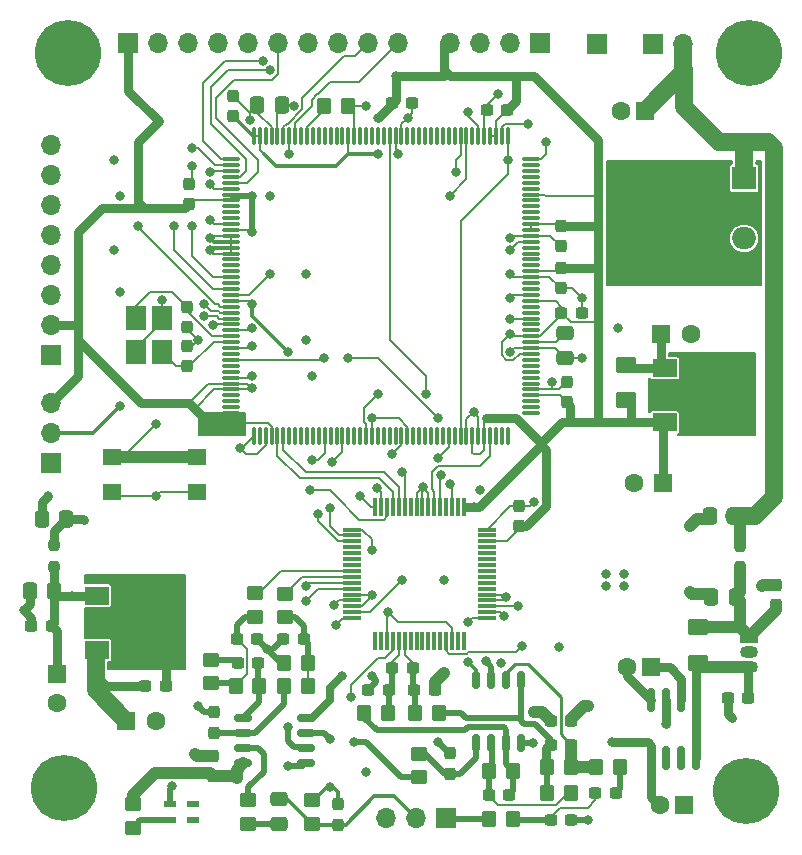
<source format=gbr>
%TF.GenerationSoftware,KiCad,Pcbnew,7.0.2*%
%TF.CreationDate,2023-11-02T10:17:44+01:00*%
%TF.ProjectId,stm_audio_board_V2,73746d5f-6175-4646-996f-5f626f617264,rev?*%
%TF.SameCoordinates,Original*%
%TF.FileFunction,Copper,L1,Top*%
%TF.FilePolarity,Positive*%
%FSLAX46Y46*%
G04 Gerber Fmt 4.6, Leading zero omitted, Abs format (unit mm)*
G04 Created by KiCad (PCBNEW 7.0.2) date 2023-11-02 10:17:44*
%MOMM*%
%LPD*%
G01*
G04 APERTURE LIST*
G04 Aperture macros list*
%AMRoundRect*
0 Rectangle with rounded corners*
0 $1 Rounding radius*
0 $2 $3 $4 $5 $6 $7 $8 $9 X,Y pos of 4 corners*
0 Add a 4 corners polygon primitive as box body*
4,1,4,$2,$3,$4,$5,$6,$7,$8,$9,$2,$3,0*
0 Add four circle primitives for the rounded corners*
1,1,$1+$1,$2,$3*
1,1,$1+$1,$4,$5*
1,1,$1+$1,$6,$7*
1,1,$1+$1,$8,$9*
0 Add four rect primitives between the rounded corners*
20,1,$1+$1,$2,$3,$4,$5,0*
20,1,$1+$1,$4,$5,$6,$7,0*
20,1,$1+$1,$6,$7,$8,$9,0*
20,1,$1+$1,$8,$9,$2,$3,0*%
G04 Aperture macros list end*
%TA.AperFunction,SMDPad,CuDef*%
%ADD10R,1.725000X2.100000*%
%TD*%
%TA.AperFunction,SMDPad,CuDef*%
%ADD11RoundRect,0.237500X0.300000X0.237500X-0.300000X0.237500X-0.300000X-0.237500X0.300000X-0.237500X0*%
%TD*%
%TA.AperFunction,SMDPad,CuDef*%
%ADD12RoundRect,0.250000X-0.350000X-0.450000X0.350000X-0.450000X0.350000X0.450000X-0.350000X0.450000X0*%
%TD*%
%TA.AperFunction,SMDPad,CuDef*%
%ADD13RoundRect,0.237500X0.237500X-0.300000X0.237500X0.300000X-0.237500X0.300000X-0.237500X-0.300000X0*%
%TD*%
%TA.AperFunction,SMDPad,CuDef*%
%ADD14RoundRect,0.237500X-0.237500X0.300000X-0.237500X-0.300000X0.237500X-0.300000X0.237500X0.300000X0*%
%TD*%
%TA.AperFunction,ComponentPad*%
%ADD15C,5.600000*%
%TD*%
%TA.AperFunction,ComponentPad*%
%ADD16R,2.000000X1.905000*%
%TD*%
%TA.AperFunction,ComponentPad*%
%ADD17O,2.000000X1.905000*%
%TD*%
%TA.AperFunction,SMDPad,CuDef*%
%ADD18RoundRect,0.250000X0.337500X0.475000X-0.337500X0.475000X-0.337500X-0.475000X0.337500X-0.475000X0*%
%TD*%
%TA.AperFunction,ComponentPad*%
%ADD19R,1.500000X1.050000*%
%TD*%
%TA.AperFunction,ComponentPad*%
%ADD20O,1.500000X1.050000*%
%TD*%
%TA.AperFunction,SMDPad,CuDef*%
%ADD21RoundRect,0.150000X0.625000X0.150000X-0.625000X0.150000X-0.625000X-0.150000X0.625000X-0.150000X0*%
%TD*%
%TA.AperFunction,SMDPad,CuDef*%
%ADD22RoundRect,0.150000X-0.150000X0.625000X-0.150000X-0.625000X0.150000X-0.625000X0.150000X0.625000X0*%
%TD*%
%TA.AperFunction,SMDPad,CuDef*%
%ADD23RoundRect,0.250001X-0.624999X0.462499X-0.624999X-0.462499X0.624999X-0.462499X0.624999X0.462499X0*%
%TD*%
%TA.AperFunction,SMDPad,CuDef*%
%ADD24RoundRect,0.237500X-0.300000X-0.237500X0.300000X-0.237500X0.300000X0.237500X-0.300000X0.237500X0*%
%TD*%
%TA.AperFunction,ComponentPad*%
%ADD25R,1.700000X1.700000*%
%TD*%
%TA.AperFunction,SMDPad,CuDef*%
%ADD26RoundRect,0.075000X-0.675000X-0.075000X0.675000X-0.075000X0.675000X0.075000X-0.675000X0.075000X0*%
%TD*%
%TA.AperFunction,SMDPad,CuDef*%
%ADD27RoundRect,0.075000X-0.075000X-0.675000X0.075000X-0.675000X0.075000X0.675000X-0.075000X0.675000X0*%
%TD*%
%TA.AperFunction,ComponentPad*%
%ADD28O,1.700000X1.700000*%
%TD*%
%TA.AperFunction,SMDPad,CuDef*%
%ADD29RoundRect,0.250000X0.450000X-0.350000X0.450000X0.350000X-0.450000X0.350000X-0.450000X-0.350000X0*%
%TD*%
%TA.AperFunction,SMDPad,CuDef*%
%ADD30RoundRect,0.250000X-0.450000X0.350000X-0.450000X-0.350000X0.450000X-0.350000X0.450000X0.350000X0*%
%TD*%
%TA.AperFunction,SMDPad,CuDef*%
%ADD31RoundRect,0.237500X-0.237500X0.250000X-0.237500X-0.250000X0.237500X-0.250000X0.237500X0.250000X0*%
%TD*%
%TA.AperFunction,SMDPad,CuDef*%
%ADD32RoundRect,0.250000X0.350000X0.450000X-0.350000X0.450000X-0.350000X-0.450000X0.350000X-0.450000X0*%
%TD*%
%TA.AperFunction,SMDPad,CuDef*%
%ADD33R,1.000000X0.600000*%
%TD*%
%TA.AperFunction,SMDPad,CuDef*%
%ADD34R,1.600000X1.400000*%
%TD*%
%TA.AperFunction,SMDPad,CuDef*%
%ADD35RoundRect,0.150000X-0.150000X0.825000X-0.150000X-0.825000X0.150000X-0.825000X0.150000X0.825000X0*%
%TD*%
%TA.AperFunction,SMDPad,CuDef*%
%ADD36RoundRect,0.075000X0.700000X0.075000X-0.700000X0.075000X-0.700000X-0.075000X0.700000X-0.075000X0*%
%TD*%
%TA.AperFunction,SMDPad,CuDef*%
%ADD37RoundRect,0.075000X0.075000X0.700000X-0.075000X0.700000X-0.075000X-0.700000X0.075000X-0.700000X0*%
%TD*%
%TA.AperFunction,SMDPad,CuDef*%
%ADD38RoundRect,0.250000X0.475000X-0.337500X0.475000X0.337500X-0.475000X0.337500X-0.475000X-0.337500X0*%
%TD*%
%TA.AperFunction,SMDPad,CuDef*%
%ADD39R,2.000000X1.500000*%
%TD*%
%TA.AperFunction,SMDPad,CuDef*%
%ADD40R,2.000000X3.800000*%
%TD*%
%TA.AperFunction,SMDPad,CuDef*%
%ADD41RoundRect,0.250000X-0.475000X0.337500X-0.475000X-0.337500X0.475000X-0.337500X0.475000X0.337500X0*%
%TD*%
%TA.AperFunction,ComponentPad*%
%ADD42R,1.600000X1.600000*%
%TD*%
%TA.AperFunction,ComponentPad*%
%ADD43C,1.600000*%
%TD*%
%TA.AperFunction,ViaPad*%
%ADD44C,0.800000*%
%TD*%
%TA.AperFunction,Conductor*%
%ADD45C,0.762000*%
%TD*%
%TA.AperFunction,Conductor*%
%ADD46C,0.508000*%
%TD*%
%TA.AperFunction,Conductor*%
%ADD47C,0.200000*%
%TD*%
%TA.AperFunction,Conductor*%
%ADD48C,0.304800*%
%TD*%
%TA.AperFunction,Conductor*%
%ADD49C,1.016000*%
%TD*%
%TA.AperFunction,Conductor*%
%ADD50C,0.250000*%
%TD*%
%TA.AperFunction,Conductor*%
%ADD51C,1.524000*%
%TD*%
%TA.AperFunction,Conductor*%
%ADD52C,0.635000*%
%TD*%
G04 APERTURE END LIST*
D10*
%TO.P,Y2,1,1*%
%TO.N,OSC0*%
X193405000Y-72284000D03*
%TO.P,Y2,2,2*%
%TO.N,GND*%
X193405000Y-75184000D03*
%TO.P,Y2,3,3*%
%TO.N,OSC1*%
X195580000Y-75184000D03*
%TO.P,Y2,4,4*%
%TO.N,GND*%
X195580000Y-72284000D03*
%TD*%
D11*
%TO.P,C39,1*%
%TO.N,Net-(U2B-+)*%
X203714346Y-101487000D03*
%TO.P,C39,2*%
%TO.N,Net-(C39-Pad2)*%
X201989346Y-101487000D03*
%TD*%
%TO.P,C8,1*%
%TO.N,+3.3V*%
X224819500Y-54687000D03*
%TO.P,C8,2*%
%TO.N,GND*%
X223094500Y-54687000D03*
%TD*%
D12*
%TO.P,R14,1*%
%TO.N,Net-(U2B--)*%
X205931000Y-103457000D03*
%TO.P,R14,2*%
%TO.N,Net-(C23-Pad1)*%
X207931000Y-103457000D03*
%TD*%
D13*
%TO.P,C18,1*%
%TO.N,Net-(U4B-+)*%
X219953000Y-110885500D03*
%TO.P,C18,2*%
%TO.N,GND*%
X219953000Y-109160500D03*
%TD*%
D14*
%TO.P,C38,1*%
%TO.N,GND*%
X199959568Y-105676500D03*
%TO.P,C38,2*%
%TO.N,Net-(U2B--)*%
X199959568Y-107401500D03*
%TD*%
D15*
%TO.P,H2,1,1*%
%TO.N,GND*%
X245003000Y-112333000D03*
%TD*%
D13*
%TO.P,C35,1*%
%TO.N,+3.3V*%
X197859000Y-62687500D03*
%TO.P,C35,2*%
%TO.N,GND*%
X197859000Y-60962500D03*
%TD*%
D14*
%TO.P,C43,1*%
%TO.N,GND*%
X210495000Y-113462500D03*
%TO.P,C43,2*%
%TO.N,GUITAR_OUT_L{slash}MONO*%
X210495000Y-115187500D03*
%TD*%
D16*
%TO.P,U3,1,IN*%
%TO.N,PWR_INPUT_12V-18V*%
X244877000Y-60471000D03*
D17*
%TO.P,U3,2,GND*%
%TO.N,GND*%
X244877000Y-63011000D03*
%TO.P,U3,3,OUT*%
%TO.N,5V*%
X244877000Y-65551000D03*
%TD*%
D11*
%TO.P,C20,1*%
%TO.N,Net-(U4A--)*%
X230247500Y-108421000D03*
%TO.P,C20,2*%
%TO.N,Net-(C20-Pad2)*%
X228522500Y-108421000D03*
%TD*%
D18*
%TO.P,C69,1*%
%TO.N,PWR_INPUT_12V-18V*%
X244058500Y-89057000D03*
%TO.P,C69,2*%
%TO.N,GND*%
X241983500Y-89057000D03*
%TD*%
D11*
%TO.P,C23,1*%
%TO.N,Net-(C23-Pad1)*%
X207593500Y-99455000D03*
%TO.P,C23,2*%
%TO.N,GND*%
X205868500Y-99455000D03*
%TD*%
D12*
%TO.P,R4,1*%
%TO.N,Net-(U4A--)*%
X232353000Y-110313000D03*
%TO.P,R4,2*%
%TO.N,Net-(C73-Pad1)*%
X234353000Y-110313000D03*
%TD*%
D19*
%TO.P,U6,1,IN*%
%TO.N,Net-(D3-K)*%
X245325000Y-99275000D03*
D20*
%TO.P,U6,2,GND*%
%TO.N,GND*%
X245325000Y-100545000D03*
%TO.P,U6,3,OUT*%
%TO.N,+9V*%
X245325000Y-101815000D03*
%TD*%
D13*
%TO.P,C81,1*%
%TO.N,+3.3V*%
X225843000Y-89913500D03*
%TO.P,C81,2*%
%TO.N,GND*%
X225843000Y-88188500D03*
%TD*%
D21*
%TO.P,U2,1*%
%TO.N,Net-(R23-Pad2)*%
X207822000Y-109986000D03*
%TO.P,U2,2,-*%
%TO.N,Net-(U2A--)*%
X207822000Y-108716000D03*
%TO.P,U2,3,+*%
%TO.N,Net-(U2A-+)*%
X207822000Y-107446000D03*
%TO.P,U2,4,V-*%
%TO.N,-9V*%
X207822000Y-106176000D03*
%TO.P,U2,5,+*%
%TO.N,Net-(U2B-+)*%
X202472000Y-106176000D03*
%TO.P,U2,6,-*%
%TO.N,Net-(U2B--)*%
X202472000Y-107446000D03*
%TO.P,U2,7*%
%TO.N,Net-(R17-Pad2)*%
X202472000Y-108716000D03*
%TO.P,U2,8,V+*%
%TO.N,+9V*%
X202472000Y-109986000D03*
%TD*%
D14*
%TO.P,C58,1*%
%TO.N,+3.3V*%
X229355000Y-68074500D03*
%TO.P,C58,2*%
%TO.N,GND*%
X229355000Y-69799500D03*
%TD*%
D22*
%TO.P,U4,1*%
%TO.N,Net-(C20-Pad2)*%
X226018000Y-102934000D03*
%TO.P,U4,2,-*%
%TO.N,Net-(U4A--)*%
X224748000Y-102934000D03*
%TO.P,U4,3,+*%
%TO.N,Net-(U4A-+)*%
X223478000Y-102934000D03*
%TO.P,U4,4,V-*%
%TO.N,-9V*%
X222208000Y-102934000D03*
%TO.P,U4,5,+*%
%TO.N,Net-(U4B-+)*%
X222208000Y-108284000D03*
%TO.P,U4,6,-*%
%TO.N,Net-(U4B--)*%
X223478000Y-108284000D03*
%TO.P,U4,7*%
%TO.N,Net-(C21-Pad2)*%
X224748000Y-108284000D03*
%TO.P,U4,8,V+*%
%TO.N,+9V*%
X226018000Y-108284000D03*
%TD*%
D23*
%TO.P,D5,1,K*%
%TO.N,5V*%
X234875000Y-76256500D03*
%TO.P,D5,2,A*%
%TO.N,+3.3V*%
X234875000Y-79231500D03*
%TD*%
D11*
%TO.P,C27,1*%
%TO.N,Net-(D2-K)*%
X186259500Y-98365000D03*
%TO.P,C27,2*%
%TO.N,GND*%
X184534500Y-98365000D03*
%TD*%
D24*
%TO.P,C30,1*%
%TO.N,+3.3VA*%
X194186500Y-103475000D03*
%TO.P,C30,2*%
%TO.N,GND*%
X195911500Y-103475000D03*
%TD*%
D11*
%TO.P,C22,1*%
%TO.N,GND*%
X203648654Y-99455000D03*
%TO.P,C22,2*%
%TO.N,Net-(C22-Pad2)*%
X201923654Y-99455000D03*
%TD*%
D25*
%TO.P,J4,1,Pin_1*%
%TO.N,TAP_TEMPO_INPUT*%
X232457000Y-49069000D03*
%TD*%
D13*
%TO.P,C48,1*%
%TO.N,Net-(D3-K)*%
X247555000Y-96629976D03*
%TO.P,C48,2*%
%TO.N,GND*%
X247555000Y-94904976D03*
%TD*%
D26*
%TO.P,U1,1,PE2*%
%TO.N,DISPLAY_SCK*%
X201447000Y-58846000D03*
%TO.P,U1,2,PE3*%
%TO.N,DISPLAY_CS*%
X201447000Y-59346000D03*
%TO.P,U1,3,PE4*%
%TO.N,DISPLAY_DC*%
X201447000Y-59846000D03*
%TO.P,U1,4,PE5*%
%TO.N,DISPLAY_MISO*%
X201447000Y-60346000D03*
%TO.P,U1,5,PE6*%
%TO.N,DISPLAY_MOSI*%
X201447000Y-60846000D03*
%TO.P,U1,6,VSS*%
%TO.N,GND*%
X201447000Y-61346000D03*
%TO.P,U1,7,VDD*%
%TO.N,+3.3V*%
X201447000Y-61846000D03*
%TO.P,U1,8,VBAT*%
X201447000Y-62346000D03*
%TO.P,U1,9,PC13*%
%TO.N,unconnected-(U1-PC13-Pad9)*%
X201447000Y-62846000D03*
%TO.P,U1,10,PC14*%
%TO.N,unconnected-(U1-PC14-Pad10)*%
X201447000Y-63346000D03*
%TO.P,U1,11,PC15*%
%TO.N,unconnected-(U1-PC15-Pad11)*%
X201447000Y-63846000D03*
%TO.P,U1,12,VSS*%
%TO.N,GND*%
X201447000Y-64346000D03*
%TO.P,U1,13,VDD*%
%TO.N,+3.3V*%
X201447000Y-64846000D03*
%TO.P,U1,14,VSSSMPS*%
%TO.N,GND*%
X201447000Y-65346000D03*
%TO.P,U1,15,VLXSMPS*%
X201447000Y-65846000D03*
%TO.P,U1,16,VDDSMPS*%
X201447000Y-66346000D03*
%TO.P,U1,17,VFBSMPS*%
X201447000Y-66846000D03*
%TO.P,U1,18,PF0*%
%TO.N,unconnected-(U1-PF0-Pad18)*%
X201447000Y-67346000D03*
%TO.P,U1,19,PF1*%
%TO.N,unconnected-(U1-PF1-Pad19)*%
X201447000Y-67846000D03*
%TO.P,U1,20,PF2*%
%TO.N,unconnected-(U1-PF2-Pad20)*%
X201447000Y-68346000D03*
%TO.P,U1,21,PF3*%
%TO.N,POT1*%
X201447000Y-68846000D03*
%TO.P,U1,22,PF4*%
%TO.N,unconnected-(U1-PF4-Pad22)*%
X201447000Y-69346000D03*
%TO.P,U1,23,PF5*%
%TO.N,POT2*%
X201447000Y-69846000D03*
%TO.P,U1,24,VSS*%
%TO.N,GND*%
X201447000Y-70346000D03*
%TO.P,U1,25,VDD*%
%TO.N,+3.3V*%
X201447000Y-70846000D03*
%TO.P,U1,26,PF6*%
%TO.N,POT3*%
X201447000Y-71346000D03*
%TO.P,U1,27,PF7*%
%TO.N,POT4*%
X201447000Y-71846000D03*
%TO.P,U1,28,PF8*%
%TO.N,POT5*%
X201447000Y-72346000D03*
%TO.P,U1,29,PF9*%
%TO.N,POT6*%
X201447000Y-72846000D03*
%TO.P,U1,30,PF10*%
%TO.N,POT_EXT*%
X201447000Y-73346000D03*
%TO.P,U1,31,PH0*%
%TO.N,OSC0*%
X201447000Y-73846000D03*
%TO.P,U1,32,PH1*%
%TO.N,OSC1*%
X201447000Y-74346000D03*
%TO.P,U1,33,NRST*%
%TO.N,/MCU/NRST*%
X201447000Y-74846000D03*
%TO.P,U1,34,PC0*%
%TO.N,unconnected-(U1-PC0-Pad34)*%
X201447000Y-75346000D03*
%TO.P,U1,35,PC1*%
%TO.N,AD1939_I2S2_SDO*%
X201447000Y-75846000D03*
%TO.P,U1,36,PC2_C*%
%TO.N,unconnected-(U1-PC2_C-Pad36)*%
X201447000Y-76346000D03*
%TO.P,U1,37,PC3_C*%
%TO.N,unconnected-(U1-PC3_C-Pad37)*%
X201447000Y-76846000D03*
%TO.P,U1,38,VSSA*%
%TO.N,GND*%
X201447000Y-77346000D03*
%TO.P,U1,39,VREF+*%
%TO.N,+3.3V*%
X201447000Y-77846000D03*
%TO.P,U1,40,VDDA*%
X201447000Y-78346000D03*
%TO.P,U1,41,PA0*%
%TO.N,unconnected-(U1-PA0-Pad41)*%
X201447000Y-78846000D03*
%TO.P,U1,42,PA1*%
%TO.N,unconnected-(U1-PA1-Pad42)*%
X201447000Y-79346000D03*
%TO.P,U1,43,PA2*%
%TO.N,unconnected-(U1-PA2-Pad43)*%
X201447000Y-79846000D03*
%TO.P,U1,44,VDD*%
%TO.N,+3.3V*%
X201447000Y-80346000D03*
D27*
%TO.P,U1,45,VSS*%
%TO.N,GND*%
X203372000Y-82271000D03*
%TO.P,U1,46,PA3*%
%TO.N,unconnected-(U1-PA3-Pad46)*%
X203872000Y-82271000D03*
%TO.P,U1,47,VSS*%
%TO.N,GND*%
X204372000Y-82271000D03*
%TO.P,U1,48,VDD*%
%TO.N,+3.3V*%
X204872000Y-82271000D03*
%TO.P,U1,49,PA4*%
%TO.N,AD1939_I2S1_WS*%
X205372000Y-82271000D03*
%TO.P,U1,50,PA5*%
%TO.N,AD1939_I2S1_CK*%
X205872000Y-82271000D03*
%TO.P,U1,51,PA6*%
%TO.N,unconnected-(U1-PA6-Pad51)*%
X206372000Y-82271000D03*
%TO.P,U1,52,PA7*%
%TO.N,unconnected-(U1-PA7-Pad52)*%
X206872000Y-82271000D03*
%TO.P,U1,53,PC4*%
%TO.N,unconnected-(U1-PC4-Pad53)*%
X207372000Y-82271000D03*
%TO.P,U1,54,PC5*%
%TO.N,unconnected-(U1-PC5-Pad54)*%
X207872000Y-82271000D03*
%TO.P,U1,55,PB0*%
%TO.N,unconnected-(U1-PB0-Pad55)*%
X208372000Y-82271000D03*
%TO.P,U1,56,PB1*%
%TO.N,unconnected-(U1-PB1-Pad56)*%
X208872000Y-82271000D03*
%TO.P,U1,57,PB2*%
%TO.N,AD1939_SPI3_MOSI*%
X209372000Y-82271000D03*
%TO.P,U1,58,PF11*%
%TO.N,unconnected-(U1-PF11-Pad58)*%
X209872000Y-82271000D03*
%TO.P,U1,59,PF12*%
%TO.N,unconnected-(U1-PF12-Pad59)*%
X210372000Y-82271000D03*
%TO.P,U1,60,PF13*%
%TO.N,AD1939_SPI_CS*%
X210872000Y-82271000D03*
%TO.P,U1,61,PF14*%
%TO.N,unconnected-(U1-PF14-Pad61)*%
X211372000Y-82271000D03*
%TO.P,U1,62,PF15*%
%TO.N,unconnected-(U1-PF15-Pad62)*%
X211872000Y-82271000D03*
%TO.P,U1,63,PG0*%
%TO.N,unconnected-(U1-PG0-Pad63)*%
X212372000Y-82271000D03*
%TO.P,U1,64,VSS*%
%TO.N,GND*%
X212872000Y-82271000D03*
%TO.P,U1,65,VDD*%
%TO.N,+3.3V*%
X213372000Y-82271000D03*
%TO.P,U1,66,PG1*%
%TO.N,unconnected-(U1-PG1-Pad66)*%
X213872000Y-82271000D03*
%TO.P,U1,67,PE7*%
%TO.N,unconnected-(U1-PE7-Pad67)*%
X214372000Y-82271000D03*
%TO.P,U1,68,PE8*%
%TO.N,unconnected-(U1-PE8-Pad68)*%
X214872000Y-82271000D03*
%TO.P,U1,69,PE9*%
%TO.N,unconnected-(U1-PE9-Pad69)*%
X215372000Y-82271000D03*
%TO.P,U1,70,VSS*%
%TO.N,GND*%
X215872000Y-82271000D03*
%TO.P,U1,71,VDD*%
%TO.N,+3.3V*%
X216372000Y-82271000D03*
%TO.P,U1,72,PE10*%
%TO.N,unconnected-(U1-PE10-Pad72)*%
X216872000Y-82271000D03*
%TO.P,U1,73,PE11*%
%TO.N,unconnected-(U1-PE11-Pad73)*%
X217372000Y-82271000D03*
%TO.P,U1,74,PE12*%
%TO.N,unconnected-(U1-PE12-Pad74)*%
X217872000Y-82271000D03*
%TO.P,U1,75,PE13*%
%TO.N,unconnected-(U1-PE13-Pad75)*%
X218372000Y-82271000D03*
%TO.P,U1,76,PE14*%
%TO.N,unconnected-(U1-PE14-Pad76)*%
X218872000Y-82271000D03*
%TO.P,U1,77,PE15*%
%TO.N,unconnected-(U1-PE15-Pad77)*%
X219372000Y-82271000D03*
%TO.P,U1,78,PB10*%
%TO.N,AD1939_I2S2_CK*%
X219872000Y-82271000D03*
%TO.P,U1,79,PB11*%
%TO.N,unconnected-(U1-PB11-Pad79)*%
X220372000Y-82271000D03*
%TO.P,U1,80,VCAP*%
%TO.N,Net-(C1-Pad1)*%
X220872000Y-82271000D03*
%TO.P,U1,81,VSS*%
%TO.N,GND*%
X221372000Y-82271000D03*
%TO.P,U1,82,VDDLDO*%
%TO.N,+3.3V*%
X221872000Y-82271000D03*
%TO.P,U1,83,VSS*%
%TO.N,GND*%
X222372000Y-82271000D03*
%TO.P,U1,84,VDD*%
%TO.N,+3.3V*%
X222872000Y-82271000D03*
%TO.P,U1,85,PB12*%
%TO.N,AD1939_I2S2_WS*%
X223372000Y-82271000D03*
%TO.P,U1,86,PB13*%
%TO.N,unconnected-(U1-PB13-Pad86)*%
X223872000Y-82271000D03*
%TO.P,U1,87,PB14*%
%TO.N,unconnected-(U1-PB14-Pad87)*%
X224372000Y-82271000D03*
%TO.P,U1,88,PB15*%
%TO.N,unconnected-(U1-PB15-Pad88)*%
X224872000Y-82271000D03*
D26*
%TO.P,U1,89,PD8*%
%TO.N,unconnected-(U1-PD8-Pad89)*%
X226797000Y-80346000D03*
%TO.P,U1,90,PD9*%
%TO.N,unconnected-(U1-PD9-Pad90)*%
X226797000Y-79846000D03*
%TO.P,U1,91,PD10*%
%TO.N,unconnected-(U1-PD10-Pad91)*%
X226797000Y-79346000D03*
%TO.P,U1,92,VDD*%
%TO.N,+3.3V*%
X226797000Y-78846000D03*
%TO.P,U1,93,VSS*%
%TO.N,GND*%
X226797000Y-78346000D03*
%TO.P,U1,94,PD11*%
%TO.N,unconnected-(U1-PD11-Pad94)*%
X226797000Y-77846000D03*
%TO.P,U1,95,PD12*%
%TO.N,unconnected-(U1-PD12-Pad95)*%
X226797000Y-77346000D03*
%TO.P,U1,96,PD13*%
%TO.N,unconnected-(U1-PD13-Pad96)*%
X226797000Y-76846000D03*
%TO.P,U1,97,PD14*%
%TO.N,unconnected-(U1-PD14-Pad97)*%
X226797000Y-76346000D03*
%TO.P,U1,98,PD15*%
%TO.N,unconnected-(U1-PD15-Pad98)*%
X226797000Y-75846000D03*
%TO.P,U1,99,VDD*%
%TO.N,+3.3V*%
X226797000Y-75346000D03*
%TO.P,U1,100,VSS*%
%TO.N,GND*%
X226797000Y-74846000D03*
%TO.P,U1,101,VCAPDSI*%
%TO.N,Net-(U1-VCAPDSI)*%
X226797000Y-74346000D03*
%TO.P,U1,102,VDD12DSI*%
%TO.N,+3.3V*%
X226797000Y-73846000D03*
%TO.P,U1,103,DSI_D0P*%
%TO.N,unconnected-(U1-DSI_D0P-Pad103)*%
X226797000Y-73346000D03*
%TO.P,U1,104,DSI_D0N*%
%TO.N,unconnected-(U1-DSI_D0N-Pad104)*%
X226797000Y-72846000D03*
%TO.P,U1,105,VSSDSI*%
%TO.N,GND*%
X226797000Y-72346000D03*
%TO.P,U1,106,DSI_CKP*%
%TO.N,unconnected-(U1-DSI_CKP-Pad106)*%
X226797000Y-71846000D03*
%TO.P,U1,107,DSI_CKN*%
%TO.N,unconnected-(U1-DSI_CKN-Pad107)*%
X226797000Y-71346000D03*
%TO.P,U1,108,VDD12DSI*%
%TO.N,+3.3V*%
X226797000Y-70846000D03*
%TO.P,U1,109,VSSDSI*%
%TO.N,GND*%
X226797000Y-70346000D03*
%TO.P,U1,110,PG2*%
%TO.N,unconnected-(U1-PG2-Pad110)*%
X226797000Y-69846000D03*
%TO.P,U1,111,PG3*%
%TO.N,unconnected-(U1-PG3-Pad111)*%
X226797000Y-69346000D03*
%TO.P,U1,112,VSS*%
%TO.N,GND*%
X226797000Y-68846000D03*
%TO.P,U1,113,VDD*%
%TO.N,+3.3V*%
X226797000Y-68346000D03*
%TO.P,U1,114,PG4*%
%TO.N,unconnected-(U1-PG4-Pad114)*%
X226797000Y-67846000D03*
%TO.P,U1,115,PG5*%
%TO.N,unconnected-(U1-PG5-Pad115)*%
X226797000Y-67346000D03*
%TO.P,U1,116,PG6*%
%TO.N,unconnected-(U1-PG6-Pad116)*%
X226797000Y-66846000D03*
%TO.P,U1,117,PG7*%
%TO.N,unconnected-(U1-PG7-Pad117)*%
X226797000Y-66346000D03*
%TO.P,U1,118,PG8*%
%TO.N,EXT_INT_BUTTON*%
X226797000Y-65846000D03*
%TO.P,U1,119,VSS*%
%TO.N,GND*%
X226797000Y-65346000D03*
%TO.P,U1,120,VDD50_USB*%
%TO.N,+3.3V*%
X226797000Y-64846000D03*
%TO.P,U1,121,VDD33_USB*%
X226797000Y-64346000D03*
%TO.P,U1,122,PC6*%
%TO.N,unconnected-(U1-PC6-Pad122)*%
X226797000Y-63846000D03*
%TO.P,U1,123,PC7*%
%TO.N,unconnected-(U1-PC7-Pad123)*%
X226797000Y-63346000D03*
%TO.P,U1,124,PC8*%
%TO.N,unconnected-(U1-PC8-Pad124)*%
X226797000Y-62846000D03*
%TO.P,U1,125,PC9*%
%TO.N,unconnected-(U1-PC9-Pad125)*%
X226797000Y-62346000D03*
%TO.P,U1,126,VDD*%
%TO.N,+3.3V*%
X226797000Y-61846000D03*
%TO.P,U1,127,PA8*%
%TO.N,unconnected-(U1-PA8-Pad127)*%
X226797000Y-61346000D03*
%TO.P,U1,128,PA9*%
%TO.N,unconnected-(U1-PA9-Pad128)*%
X226797000Y-60846000D03*
%TO.P,U1,129,PA10*%
%TO.N,unconnected-(U1-PA10-Pad129)*%
X226797000Y-60346000D03*
%TO.P,U1,130,PA11*%
%TO.N,unconnected-(U1-PA11-Pad130)*%
X226797000Y-59846000D03*
%TO.P,U1,131,PA12*%
%TO.N,unconnected-(U1-PA12-Pad131)*%
X226797000Y-59346000D03*
%TO.P,U1,132,PA13*%
%TO.N,SWDIO*%
X226797000Y-58846000D03*
D27*
%TO.P,U1,133,VCAP*%
%TO.N,Net-(C1-Pad1)*%
X224872000Y-56921000D03*
%TO.P,U1,134,VSS*%
%TO.N,GND*%
X224372000Y-56921000D03*
%TO.P,U1,135,VDDLDO*%
%TO.N,+3.3V*%
X223872000Y-56921000D03*
%TO.P,U1,136,VDD*%
X223372000Y-56921000D03*
%TO.P,U1,137,VSS*%
%TO.N,GND*%
X222872000Y-56921000D03*
%TO.P,U1,138,PA14*%
%TO.N,SWCLK*%
X222372000Y-56921000D03*
%TO.P,U1,139,PA15*%
%TO.N,unconnected-(U1-PA15-Pad139)*%
X221872000Y-56921000D03*
%TO.P,U1,140,PC10*%
%TO.N,AD1939_SPI3_CLK*%
X221372000Y-56921000D03*
%TO.P,U1,141,PC11*%
%TO.N,AD1939_SPI3_MISO*%
X220872000Y-56921000D03*
%TO.P,U1,142,PC12*%
%TO.N,unconnected-(U1-PC12-Pad142)*%
X220372000Y-56921000D03*
%TO.P,U1,143,PD0*%
%TO.N,unconnected-(U1-PD0-Pad143)*%
X219872000Y-56921000D03*
%TO.P,U1,144,PD1*%
%TO.N,unconnected-(U1-PD1-Pad144)*%
X219372000Y-56921000D03*
%TO.P,U1,145,PD2*%
%TO.N,unconnected-(U1-PD2-Pad145)*%
X218872000Y-56921000D03*
%TO.P,U1,146,PD3*%
%TO.N,unconnected-(U1-PD3-Pad146)*%
X218372000Y-56921000D03*
%TO.P,U1,147,PD4*%
%TO.N,unconnected-(U1-PD4-Pad147)*%
X217872000Y-56921000D03*
%TO.P,U1,148,PD5*%
%TO.N,unconnected-(U1-PD5-Pad148)*%
X217372000Y-56921000D03*
%TO.P,U1,149,PD6*%
%TO.N,unconnected-(U1-PD6-Pad149)*%
X216872000Y-56921000D03*
%TO.P,U1,150,PD7*%
%TO.N,unconnected-(U1-PD7-Pad150)*%
X216372000Y-56921000D03*
%TO.P,U1,151,VSS*%
%TO.N,GND*%
X215872000Y-56921000D03*
%TO.P,U1,152,VDD*%
%TO.N,+3.3V*%
X215372000Y-56921000D03*
%TO.P,U1,153,PG9*%
%TO.N,AD1939_I2S1_SDI*%
X214872000Y-56921000D03*
%TO.P,U1,154,PG10*%
%TO.N,unconnected-(U1-PG10-Pad154)*%
X214372000Y-56921000D03*
%TO.P,U1,155,PG11*%
%TO.N,unconnected-(U1-PG11-Pad155)*%
X213872000Y-56921000D03*
%TO.P,U1,156,PG12*%
%TO.N,unconnected-(U1-PG12-Pad156)*%
X213372000Y-56921000D03*
%TO.P,U1,157,PG13*%
%TO.N,unconnected-(U1-PG13-Pad157)*%
X212872000Y-56921000D03*
%TO.P,U1,158,PG14*%
%TO.N,unconnected-(U1-PG14-Pad158)*%
X212372000Y-56921000D03*
%TO.P,U1,159,VSS*%
%TO.N,GND*%
X211872000Y-56921000D03*
%TO.P,U1,160,VDD*%
%TO.N,+3.3V*%
X211372000Y-56921000D03*
%TO.P,U1,161,PG15*%
%TO.N,unconnected-(U1-PG15-Pad161)*%
X210872000Y-56921000D03*
%TO.P,U1,162,PB3*%
%TO.N,unconnected-(U1-PB3-Pad162)*%
X210372000Y-56921000D03*
%TO.P,U1,163,PB4*%
%TO.N,unconnected-(U1-PB4-Pad163)*%
X209872000Y-56921000D03*
%TO.P,U1,164,PB5*%
%TO.N,unconnected-(U1-PB5-Pad164)*%
X209372000Y-56921000D03*
%TO.P,U1,165,PB6*%
%TO.N,unconnected-(U1-PB6-Pad165)*%
X208872000Y-56921000D03*
%TO.P,U1,166,PB7*%
%TO.N,unconnected-(U1-PB7-Pad166)*%
X208372000Y-56921000D03*
%TO.P,U1,167,BOOT0*%
%TO.N,Net-(U1-BOOT0)*%
X207872000Y-56921000D03*
%TO.P,U1,168,PB8*%
%TO.N,unconnected-(U1-PB8-Pad168)*%
X207372000Y-56921000D03*
%TO.P,U1,169,PB9*%
%TO.N,TOUCH_IRQ*%
X206872000Y-56921000D03*
%TO.P,U1,170,PE0*%
%TO.N,DISPLAY_RST*%
X206372000Y-56921000D03*
%TO.P,U1,171,PE1*%
%TO.N,TOUCH_CS*%
X205872000Y-56921000D03*
%TO.P,U1,172,VCAP*%
%TO.N,Net-(C1-Pad1)*%
X205372000Y-56921000D03*
%TO.P,U1,173,VSS*%
%TO.N,GND*%
X204872000Y-56921000D03*
%TO.P,U1,174,PDR_ON*%
%TO.N,unconnected-(U1-PDR_ON-Pad174)*%
X204372000Y-56921000D03*
%TO.P,U1,175,VDDLDO*%
%TO.N,+3.3V*%
X203872000Y-56921000D03*
%TO.P,U1,176,VDD*%
X203372000Y-56921000D03*
%TD*%
D25*
%TO.P,J5,1,Pin_1*%
%TO.N,+3.3V*%
X192739000Y-48975000D03*
D28*
%TO.P,J5,2,Pin_2*%
%TO.N,GND*%
X195279000Y-48975000D03*
%TO.P,J5,3,Pin_3*%
%TO.N,DISPLAY_CS*%
X197819000Y-48975000D03*
%TO.P,J5,4,Pin_4*%
%TO.N,DISPLAY_RST*%
X200359000Y-48975000D03*
%TO.P,J5,5,Pin_5*%
%TO.N,DISPLAY_DC*%
X202899000Y-48975000D03*
%TO.P,J5,6,Pin_6*%
%TO.N,DISPLAY_MOSI*%
X205439000Y-48975000D03*
%TO.P,J5,7,Pin_7*%
%TO.N,DISPLAY_SCK*%
X207979000Y-48975000D03*
%TO.P,J5,8,Pin_8*%
%TO.N,DISPLAY_MISO*%
X210519000Y-48975000D03*
%TO.P,J5,9,Pin_9*%
%TO.N,TOUCH_CS*%
X213059000Y-48975000D03*
%TO.P,J5,10,Pin_10*%
%TO.N,TOUCH_IRQ*%
X215599000Y-48975000D03*
%TD*%
D13*
%TO.P,C31,1*%
%TO.N,GND*%
X197677000Y-73093500D03*
%TO.P,C31,2*%
%TO.N,OSC0*%
X197677000Y-71368500D03*
%TD*%
D23*
%TO.P,D3,1,K*%
%TO.N,Net-(D3-K)*%
X240937000Y-98493500D03*
%TO.P,D3,2,A*%
%TO.N,+9V*%
X240937000Y-101468500D03*
%TD*%
D14*
%TO.P,C37,1*%
%TO.N,GND*%
X197677000Y-74677834D03*
%TO.P,C37,2*%
%TO.N,OSC1*%
X197677000Y-76402834D03*
%TD*%
D13*
%TO.P,C78,1*%
%TO.N,+3.3V*%
X229863000Y-79451500D03*
%TO.P,C78,2*%
%TO.N,GND*%
X229863000Y-77726500D03*
%TD*%
%TO.P,C89,1*%
%TO.N,+9V*%
X199913000Y-111091500D03*
%TO.P,C89,2*%
%TO.N,GND*%
X199913000Y-109366500D03*
%TD*%
D12*
%TO.P,R1,1*%
%TO.N,Net-(U1-BOOT0)*%
X209328000Y-54356000D03*
%TO.P,R1,2*%
%TO.N,GND*%
X211328000Y-54356000D03*
%TD*%
D29*
%TO.P,R17,1*%
%TO.N,Net-(C42-Pad1)*%
X202911284Y-115125000D03*
%TO.P,R17,2*%
%TO.N,Net-(R17-Pad2)*%
X202911284Y-113125000D03*
%TD*%
D15*
%TO.P,H4,1,1*%
%TO.N,GND*%
X187599000Y-49887000D03*
%TD*%
D12*
%TO.P,R8,1*%
%TO.N,ADC1N*%
X217007000Y-105741000D03*
%TO.P,R8,2*%
%TO.N,Net-(C20-Pad2)*%
X219007000Y-105741000D03*
%TD*%
D30*
%TO.P,R27,1*%
%TO.N,DAC1L*%
X206031000Y-95641580D03*
%TO.P,R27,2*%
%TO.N,Net-(C23-Pad1)*%
X206031000Y-97641580D03*
%TD*%
D12*
%TO.P,R32,1*%
%TO.N,GND*%
X205931000Y-101521000D03*
%TO.P,R32,2*%
%TO.N,Net-(C23-Pad1)*%
X207931000Y-101521000D03*
%TD*%
%TO.P,R5,1*%
%TO.N,Net-(C20-Pad2)*%
X228185000Y-110351000D03*
%TO.P,R5,2*%
%TO.N,Net-(U4A--)*%
X230185000Y-110351000D03*
%TD*%
D24*
%TO.P,C60,1*%
%TO.N,+3.3V*%
X229412500Y-71845000D03*
%TO.P,C60,2*%
%TO.N,GND*%
X231137500Y-71845000D03*
%TD*%
D29*
%TO.P,R18,1*%
%TO.N,GUITAR_OUT_L{slash}MONO*%
X208254142Y-115125000D03*
%TO.P,R18,2*%
%TO.N,GND*%
X208254142Y-113125000D03*
%TD*%
D11*
%TO.P,C19,1*%
%TO.N,GND*%
X230247500Y-114819000D03*
%TO.P,C19,2*%
%TO.N,Net-(C19-Pad2)*%
X228522500Y-114819000D03*
%TD*%
D31*
%TO.P,FB4,1*%
%TO.N,5V*%
X186442000Y-91550500D03*
%TO.P,FB4,2*%
%TO.N,Net-(D2-K)*%
X186442000Y-93375500D03*
%TD*%
D11*
%TO.P,C73,1*%
%TO.N,Net-(C73-Pad1)*%
X234015500Y-112533000D03*
%TO.P,C73,2*%
%TO.N,Net-(C19-Pad2)*%
X232290500Y-112533000D03*
%TD*%
D15*
%TO.P,H3,1,1*%
%TO.N,GND*%
X245278000Y-49887000D03*
%TD*%
D32*
%TO.P,R7,1*%
%TO.N,Net-(C21-Pad2)*%
X225315000Y-110663000D03*
%TO.P,R7,2*%
%TO.N,Net-(U4B--)*%
X223315000Y-110663000D03*
%TD*%
D33*
%TO.P,D7,1,K*%
%TO.N,GND*%
X196258000Y-113487000D03*
%TO.P,D7,2,A*%
%TO.N,Net-(D7-A)*%
X196258000Y-114787000D03*
%TO.P,D7,3*%
%TO.N,N/C*%
X198258000Y-114787000D03*
%TO.P,D7,4*%
X198258000Y-113487000D03*
%TD*%
D29*
%TO.P,R31,1*%
%TO.N,Net-(C22-Pad2)*%
X199739568Y-103213846D03*
%TO.P,R31,2*%
%TO.N,Net-(C39-Pad2)*%
X199739568Y-101213846D03*
%TD*%
D11*
%TO.P,C24,1*%
%TO.N,GND*%
X218697500Y-103759000D03*
%TO.P,C24,2*%
%TO.N,ADC1N*%
X216972500Y-103759000D03*
%TD*%
D30*
%TO.P,R11,1*%
%TO.N,Net-(U4B-+)*%
X217391000Y-109175000D03*
%TO.P,R11,2*%
%TO.N,AD1939_CM*%
X217391000Y-111175000D03*
%TD*%
D14*
%TO.P,C3,1*%
%TO.N,+3.3V*%
X229355000Y-64518500D03*
%TO.P,C3,2*%
%TO.N,GND*%
X229355000Y-66243500D03*
%TD*%
D24*
%TO.P,C21,1*%
%TO.N,Net-(U4B--)*%
X223252500Y-112709000D03*
%TO.P,C21,2*%
%TO.N,Net-(C21-Pad2)*%
X224977500Y-112709000D03*
%TD*%
D34*
%TO.P,SW1,1,A*%
%TO.N,/MCU/NRST*%
X191369000Y-84063000D03*
X198569000Y-84063000D03*
%TO.P,SW1,2,B*%
%TO.N,GND*%
X191369000Y-87063000D03*
X198569000Y-87063000D03*
%TD*%
D15*
%TO.P,H1,1,1*%
%TO.N,GND*%
X187324000Y-112058000D03*
%TD*%
D18*
%TO.P,C104,1*%
%TO.N,5V*%
X187479500Y-89325000D03*
%TO.P,C104,2*%
%TO.N,GND*%
X185404500Y-89325000D03*
%TD*%
D13*
%TO.P,C12,1*%
%TO.N,+3.3V*%
X201605000Y-55223500D03*
%TO.P,C12,2*%
%TO.N,GND*%
X201605000Y-53498500D03*
%TD*%
D25*
%TO.P,J6,1,Pin_1*%
%TO.N,GND*%
X186229000Y-84563000D03*
D28*
%TO.P,J6,2,Pin_2*%
%TO.N,POT_EXT*%
X186229000Y-82023000D03*
%TO.P,J6,3,Pin_3*%
%TO.N,+3.3V*%
X186229000Y-79483000D03*
%TD*%
D35*
%TO.P,7660S1,1,BOOST*%
%TO.N,+9V*%
X240834000Y-104616000D03*
%TO.P,7660S1,2,CAP+*%
%TO.N,Net-(7660S1-CAP+)*%
X239564000Y-104616000D03*
%TO.P,7660S1,3,GND*%
%TO.N,GND*%
X238294000Y-104616000D03*
%TO.P,7660S1,4,CAP-*%
%TO.N,Net-(7660S1-CAP-)*%
X237024000Y-104616000D03*
%TO.P,7660S1,5,VOUT*%
%TO.N,-9V*%
X237024000Y-109566000D03*
%TO.P,7660S1,6,LV*%
%TO.N,unconnected-(7660S1-LV-Pad6)*%
X238294000Y-109566000D03*
%TO.P,7660S1,7,OSC*%
%TO.N,unconnected-(7660S1-OSC-Pad7)*%
X239564000Y-109566000D03*
%TO.P,7660S1,8,V+*%
%TO.N,+9V*%
X240834000Y-109566000D03*
%TD*%
D18*
%TO.P,C1,1*%
%TO.N,Net-(C1-Pad1)*%
X205715500Y-54250000D03*
%TO.P,C1,2*%
%TO.N,GND*%
X203640500Y-54250000D03*
%TD*%
D25*
%TO.P,J7,1,Pin_1*%
%TO.N,GND*%
X186229000Y-75455000D03*
D28*
%TO.P,J7,2,Pin_2*%
%TO.N,+3.3V*%
X186229000Y-72915000D03*
%TO.P,J7,3,Pin_3*%
%TO.N,POT6*%
X186229000Y-70375000D03*
%TO.P,J7,4,Pin_4*%
%TO.N,POT5*%
X186229000Y-67835000D03*
%TO.P,J7,5,Pin_5*%
%TO.N,POT4*%
X186229000Y-65295000D03*
%TO.P,J7,6,Pin_6*%
%TO.N,POT3*%
X186229000Y-62755000D03*
%TO.P,J7,7,Pin_7*%
%TO.N,POT2*%
X186229000Y-60215000D03*
%TO.P,J7,8,Pin_8*%
%TO.N,POT1*%
X186229000Y-57675000D03*
%TD*%
D36*
%TO.P,U11,1,AGND*%
%TO.N,GND*%
X223073000Y-97710000D03*
%TO.P,U11,2,MCLKI/XI*%
%TO.N,AD1939_MCLKI*%
X223073000Y-97210000D03*
%TO.P,U11,3,MCLKO/XO*%
%TO.N,AD1939_MCLKO*%
X223073000Y-96710000D03*
%TO.P,U11,4,AGND*%
%TO.N,GND*%
X223073000Y-96210000D03*
%TO.P,U11,5,AGND*%
X223073000Y-95710000D03*
%TO.P,U11,6,OL3P*%
%TO.N,unconnected-(U11A-OL3P-Pad6)*%
X223073000Y-95210000D03*
%TO.P,U11,7,OL3N*%
%TO.N,unconnected-(U11A-OL3N-Pad7)*%
X223073000Y-94710000D03*
%TO.P,U11,8,OR3P*%
%TO.N,unconnected-(U11A-OR3P-Pad8)*%
X223073000Y-94210000D03*
%TO.P,U11,9,OR3N*%
%TO.N,unconnected-(U11A-OR3N-Pad9)*%
X223073000Y-93710000D03*
%TO.P,U11,10,OL4P*%
%TO.N,unconnected-(U11A-OL4P-Pad10)*%
X223073000Y-93210000D03*
%TO.P,U11,11,OL4N*%
%TO.N,unconnected-(U11A-OL4N-Pad11)*%
X223073000Y-92710000D03*
%TO.P,U11,12,OR4P*%
%TO.N,unconnected-(U11A-OR4P-Pad12)*%
X223073000Y-92210000D03*
%TO.P,U11,13,OR4N*%
%TO.N,unconnected-(U11A-OR4N-Pad13)*%
X223073000Y-91710000D03*
%TO.P,U11,14,PD/RST*%
%TO.N,+3.3V*%
X223073000Y-91210000D03*
%TO.P,U11,15,DSDATA4*%
%TO.N,unconnected-(U11A-DSDATA4-Pad15)*%
X223073000Y-90710000D03*
%TO.P,U11,16,DGND*%
%TO.N,GND*%
X223073000Y-90210000D03*
D37*
%TO.P,U11,17,DVDD*%
%TO.N,+3.3V*%
X221148000Y-88285000D03*
%TO.P,U11,18,DADATA3*%
%TO.N,unconnected-(U11A-DADATA3-Pad18)*%
X220648000Y-88285000D03*
%TO.P,U11,19,DSDATA2*%
%TO.N,AD1939_I2S2_SDO*%
X220148000Y-88285000D03*
%TO.P,U11,20,DSDATA1*%
%TO.N,unconnected-(U11A-DSDATA1-Pad20)*%
X219648000Y-88285000D03*
%TO.P,U11,21,DBCLK*%
%TO.N,AD1939_I2S2_CK*%
X219148000Y-88285000D03*
%TO.P,U11,22,DLRCLK*%
%TO.N,AD1939_I2S2_WS*%
X218648000Y-88285000D03*
%TO.P,U11,23,VSUPPLY*%
%TO.N,GND*%
X218148000Y-88285000D03*
%TO.P,U11,24,VSENSE*%
X217648000Y-88285000D03*
%TO.P,U11,25,VDRIVE*%
X217148000Y-88285000D03*
%TO.P,U11,26,ASDATA2*%
%TO.N,unconnected-(U11A-ASDATA2-Pad26)*%
X216648000Y-88285000D03*
%TO.P,U11,27,ASDATA1*%
%TO.N,AD1939_I2S1_SDI*%
X216148000Y-88285000D03*
%TO.P,U11,28,ABCLK*%
%TO.N,AD1939_I2S1_CK*%
X215648000Y-88285000D03*
%TO.P,U11,29,ALRCLK*%
%TO.N,AD1939_I2S1_WS*%
X215148000Y-88285000D03*
%TO.P,U11,30,CIN*%
%TO.N,AD1939_SPI3_MOSI*%
X214648000Y-88285000D03*
%TO.P,U11,31,COUT*%
%TO.N,AD1939_SPI3_MISO*%
X214148000Y-88285000D03*
%TO.P,U11,32,DVDD*%
%TO.N,+3.3V*%
X213648000Y-88285000D03*
D36*
%TO.P,U11,33,DGND*%
%TO.N,GND*%
X211723000Y-90210000D03*
%TO.P,U11,34,CCLK*%
%TO.N,AD1939_SPI3_CLK*%
X211723000Y-90710000D03*
%TO.P,U11,35,CLATCH*%
%TO.N,AD1939_SPI_CS*%
X211723000Y-91210000D03*
%TO.P,U11,36,OL1P*%
%TO.N,unconnected-(U11A-OL1P-Pad36)*%
X211723000Y-91710000D03*
%TO.P,U11,37,OL1N*%
%TO.N,unconnected-(U11A-OL1N-Pad37)*%
X211723000Y-92210000D03*
%TO.P,U11,38,OR1P*%
%TO.N,unconnected-(U11A-OR1P-Pad38)*%
X211723000Y-92710000D03*
%TO.P,U11,39,OR1N*%
%TO.N,unconnected-(U11A-OR1N-Pad39)*%
X211723000Y-93210000D03*
%TO.P,U11,40,OL2P*%
%TO.N,DAC1R*%
X211723000Y-93710000D03*
%TO.P,U11,41,OL2N*%
%TO.N,DAC1L*%
X211723000Y-94210000D03*
%TO.P,U11,42,OR2P*%
%TO.N,DAC2R*%
X211723000Y-94710000D03*
%TO.P,U11,43,OR2N*%
%TO.N,DAC2L*%
X211723000Y-95210000D03*
%TO.P,U11,44,AGND*%
%TO.N,GND*%
X211723000Y-95710000D03*
%TO.P,U11,45,AVDD*%
%TO.N,+3.3VA*%
X211723000Y-96210000D03*
%TO.P,U11,46,AGND*%
%TO.N,GND*%
X211723000Y-96710000D03*
%TO.P,U11,47,FILTR*%
%TO.N,AD1939_FILTR*%
X211723000Y-97210000D03*
%TO.P,U11,48,AGND*%
%TO.N,GND*%
X211723000Y-97710000D03*
D37*
%TO.P,U11,49,NC*%
%TO.N,unconnected-(U11B-NC-Pad49)*%
X213648000Y-99635000D03*
%TO.P,U11,50,NC*%
%TO.N,unconnected-(U11B-NC-Pad50)*%
X214148000Y-99635000D03*
%TO.P,U11,51,AVDD*%
%TO.N,+3.3VA*%
X214648000Y-99635000D03*
%TO.P,U11,52,CM*%
%TO.N,AD1939_CM*%
X215148000Y-99635000D03*
%TO.P,U11,53,ADC1LP*%
%TO.N,ADC1P*%
X215648000Y-99635000D03*
%TO.P,U11,54,ADC1LN*%
%TO.N,ADC1N*%
X216148000Y-99635000D03*
%TO.P,U11,55,ADC1RP*%
%TO.N,unconnected-(U11A-ADC1RP-Pad55)*%
X216648000Y-99635000D03*
%TO.P,U11,56,ADC1RN*%
%TO.N,unconnected-(U11A-ADC1RN-Pad56)*%
X217148000Y-99635000D03*
%TO.P,U11,57,ADC2LP*%
%TO.N,unconnected-(U11A-ADC2LP-Pad57)*%
X217648000Y-99635000D03*
%TO.P,U11,58,ADC2LN*%
%TO.N,unconnected-(U11A-ADC2LN-Pad58)*%
X218148000Y-99635000D03*
%TO.P,U11,59,ADC2RP*%
%TO.N,unconnected-(U11A-ADC2RP-Pad59)*%
X218648000Y-99635000D03*
%TO.P,U11,60,ADC2RN*%
%TO.N,unconnected-(U11A-ADC2RN-Pad60)*%
X219148000Y-99635000D03*
%TO.P,U11,61,LF*%
%TO.N,AD1939_LF*%
X219648000Y-99635000D03*
%TO.P,U11,62,AVDD*%
%TO.N,+3.3VA*%
X220148000Y-99635000D03*
%TO.P,U11,63,NC*%
%TO.N,unconnected-(U11B-NC-Pad63)*%
X220648000Y-99635000D03*
%TO.P,U11,64,NC*%
%TO.N,unconnected-(U11B-NC-Pad64)*%
X221148000Y-99635000D03*
%TD*%
D30*
%TO.P,R28,1*%
%TO.N,+9V*%
X193109000Y-113441000D03*
%TO.P,R28,2*%
%TO.N,Net-(D7-A)*%
X193109000Y-115441000D03*
%TD*%
D38*
%TO.P,C42,1*%
%TO.N,Net-(C42-Pad1)*%
X205472426Y-115132500D03*
%TO.P,C42,2*%
%TO.N,GUITAR_OUT_L{slash}MONO*%
X205472426Y-113057500D03*
%TD*%
D30*
%TO.P,R30,1*%
%TO.N,DAC1R*%
X203486154Y-95599000D03*
%TO.P,R30,2*%
%TO.N,Net-(C22-Pad2)*%
X203486154Y-97599000D03*
%TD*%
D18*
%TO.P,C105,1*%
%TO.N,Net-(D2-K)*%
X186463500Y-95451000D03*
%TO.P,C105,2*%
%TO.N,GND*%
X184388500Y-95451000D03*
%TD*%
D24*
%TO.P,C51,1*%
%TO.N,ADC1P*%
X215092500Y-101951000D03*
%TO.P,C51,2*%
%TO.N,ADC1N*%
X216817500Y-101951000D03*
%TD*%
D32*
%TO.P,R9,1*%
%TO.N,ADC1P*%
X214723000Y-105741000D03*
%TO.P,R9,2*%
%TO.N,Net-(C21-Pad2)*%
X212723000Y-105741000D03*
%TD*%
D11*
%TO.P,C50,1*%
%TO.N,ADC1P*%
X214785500Y-103759000D03*
%TO.P,C50,2*%
%TO.N,GND*%
X213060500Y-103759000D03*
%TD*%
%TO.P,C75,1*%
%TO.N,+9V*%
X245207500Y-104463000D03*
%TO.P,C75,2*%
%TO.N,GND*%
X243482500Y-104463000D03*
%TD*%
D18*
%TO.P,C103,1*%
%TO.N,Net-(D3-K)*%
X244172500Y-95885000D03*
%TO.P,C103,2*%
%TO.N,GND*%
X242097500Y-95885000D03*
%TD*%
D32*
%TO.P,R6,1*%
%TO.N,Net-(U4B--)*%
X230185000Y-112539000D03*
%TO.P,R6,2*%
%TO.N,Net-(C20-Pad2)*%
X228185000Y-112539000D03*
%TD*%
D31*
%TO.P,FB3,1*%
%TO.N,PWR_INPUT_12V-18V*%
X244545000Y-91580500D03*
%TO.P,FB3,2*%
%TO.N,Net-(D3-K)*%
X244545000Y-93405500D03*
%TD*%
D39*
%TO.P,U9,1,VI*%
%TO.N,5V*%
X238144000Y-76546000D03*
%TO.P,U9,2,GND*%
%TO.N,GND*%
X238144000Y-78846000D03*
D40*
X244444000Y-78846000D03*
D39*
%TO.P,U9,3,VO*%
%TO.N,+3.3V*%
X238144000Y-81146000D03*
%TD*%
D24*
%TO.P,C5,1*%
%TO.N,+3.3V*%
X215072476Y-54061000D03*
%TO.P,C5,2*%
%TO.N,GND*%
X216797476Y-54061000D03*
%TD*%
D39*
%TO.P,U5,1,VI*%
%TO.N,Net-(D2-K)*%
X190075000Y-95813000D03*
%TO.P,U5,2,GND*%
%TO.N,GND*%
X190075000Y-98113000D03*
D40*
X196375000Y-98113000D03*
D39*
%TO.P,U5,3,VO*%
%TO.N,+3.3VA*%
X190075000Y-100413000D03*
%TD*%
D32*
%TO.P,R13,1*%
%TO.N,Net-(U2B-+)*%
X203842136Y-103457000D03*
%TO.P,R13,2*%
%TO.N,Net-(C22-Pad2)*%
X201842136Y-103457000D03*
%TD*%
D25*
%TO.P,J1,1,Pin_1*%
%TO.N,GND*%
X237187000Y-49127000D03*
D28*
%TO.P,J1,2,Pin_2*%
%TO.N,PWR_INPUT_12V-18V*%
X239727000Y-49127000D03*
%TD*%
D41*
%TO.P,C2,1*%
%TO.N,Net-(U1-VCAPDSI)*%
X229684000Y-73592500D03*
%TO.P,C2,2*%
%TO.N,GND*%
X229684000Y-75667500D03*
%TD*%
D25*
%TO.P,J2,1,Pin_1*%
%TO.N,GND*%
X227633000Y-48975000D03*
D28*
%TO.P,J2,2,Pin_2*%
%TO.N,SWDIO*%
X225093000Y-48975000D03*
%TO.P,J2,3,Pin_3*%
%TO.N,SWCLK*%
X222553000Y-48975000D03*
%TO.P,J2,4,Pin_4*%
%TO.N,+3.3V*%
X220013000Y-48975000D03*
%TD*%
D25*
%TO.P,J3,1,Pin_1*%
%TO.N,GUITAR_IN*%
X219613000Y-114601000D03*
D28*
%TO.P,J3,2,Pin_2*%
%TO.N,GUITAR_OUT_L{slash}MONO*%
X217073000Y-114601000D03*
%TO.P,J3,3,Pin_3*%
%TO.N,GUITAR_OUT_R*%
X214533000Y-114601000D03*
%TD*%
D12*
%TO.P,R26,1*%
%TO.N,GUITAR_IN*%
X223315000Y-114713000D03*
%TO.P,R26,2*%
%TO.N,Net-(C19-Pad2)*%
X225315000Y-114713000D03*
%TD*%
D24*
%TO.P,C90,1*%
%TO.N,+9V*%
X228514500Y-106389000D03*
%TO.P,C90,2*%
%TO.N,GND*%
X230239500Y-106389000D03*
%TD*%
D42*
%TO.P,C13,1*%
%TO.N,PWR_INPUT_12V-18V*%
X236498241Y-54733000D03*
D43*
%TO.P,C13,2*%
%TO.N,GND*%
X234498241Y-54733000D03*
%TD*%
D42*
%TO.P,C29,1*%
%TO.N,+3.3VA*%
X192583000Y-106401759D03*
D43*
%TO.P,C29,2*%
%TO.N,GND*%
X195083000Y-106401759D03*
%TD*%
D42*
%TO.P,C28,1*%
%TO.N,Net-(D2-K)*%
X186714241Y-102437000D03*
D43*
%TO.P,C28,2*%
%TO.N,GND*%
X186714241Y-104937000D03*
%TD*%
D42*
%TO.P,C70,1*%
%TO.N,5V*%
X237843000Y-73635759D03*
D43*
%TO.P,C70,2*%
%TO.N,GND*%
X240343000Y-73635759D03*
%TD*%
D42*
%TO.P,C76,1*%
%TO.N,Net-(7660S1-CAP+)*%
X237006241Y-101881000D03*
D43*
%TO.P,C76,2*%
%TO.N,Net-(7660S1-CAP-)*%
X235006241Y-101881000D03*
%TD*%
D42*
%TO.P,C77,1*%
%TO.N,GND*%
X239773000Y-113562241D03*
D43*
%TO.P,C77,2*%
%TO.N,-9V*%
X237773000Y-113562241D03*
%TD*%
D42*
%TO.P,C71,1*%
%TO.N,+3.3V*%
X238022241Y-86229000D03*
D43*
%TO.P,C71,2*%
%TO.N,GND*%
X235522241Y-86229000D03*
%TD*%
D44*
%TO.N,GND*%
X236220000Y-68072000D03*
X237744000Y-68072000D03*
X236728000Y-69088000D03*
X238252000Y-69088000D03*
X210312000Y-98298000D03*
X225044000Y-72346000D03*
X242316000Y-80264000D03*
X207772000Y-68580000D03*
X240284000Y-77724000D03*
X202184000Y-83312000D03*
X194056000Y-94996000D03*
X192024000Y-70104000D03*
X235204000Y-69088000D03*
X233172000Y-93980000D03*
X192532000Y-98044000D03*
X198120000Y-59436000D03*
X237744000Y-61976000D03*
X242316000Y-76200000D03*
X234696000Y-93980000D03*
X240284000Y-81788000D03*
X213360000Y-95758000D03*
X222504000Y-86868000D03*
X198374000Y-109220000D03*
X236220000Y-65024000D03*
X199644000Y-64008000D03*
X242824000Y-61976000D03*
X231140000Y-75692000D03*
X192532000Y-94996000D03*
X243840000Y-106172000D03*
X244348000Y-76200000D03*
X236220000Y-63500000D03*
X234188000Y-64008000D03*
X242824000Y-59944000D03*
X195580000Y-70803500D03*
X231648000Y-114808000D03*
X231137500Y-70612000D03*
X207772000Y-74168000D03*
X215075500Y-83820000D03*
X242316000Y-81788000D03*
X194056000Y-98044000D03*
X192024000Y-61976000D03*
X216408000Y-55372000D03*
X239268000Y-63500000D03*
X195072000Y-87376000D03*
X217678000Y-86614000D03*
X221488000Y-98044000D03*
X203200000Y-77216000D03*
X238252000Y-106680000D03*
X225044000Y-75184000D03*
X221996000Y-80264000D03*
X244348000Y-69088000D03*
X244348000Y-81788000D03*
X209804000Y-112014000D03*
X192532000Y-99568000D03*
X228600000Y-77724000D03*
X237744000Y-66548000D03*
X198628000Y-105156000D03*
X234188000Y-73152000D03*
X208280000Y-77216000D03*
X236220000Y-66548000D03*
X224274387Y-101505029D03*
X233680000Y-69088000D03*
X225044000Y-70612000D03*
X213360000Y-102616000D03*
X219456000Y-102362000D03*
X199644000Y-65532000D03*
X242316000Y-77724000D03*
X237744000Y-63500000D03*
X185928000Y-87376000D03*
X213868000Y-78740000D03*
X198628000Y-74168000D03*
X234696000Y-94996000D03*
X231648000Y-105156000D03*
X236220000Y-59944000D03*
X196437523Y-111960705D03*
X237744000Y-65024000D03*
X199644000Y-66548000D03*
X194056000Y-96520000D03*
X242824000Y-67564000D03*
X246380000Y-94996000D03*
X240284000Y-95504000D03*
X245872000Y-69088000D03*
X218948000Y-108204000D03*
X236220000Y-61976000D03*
X234188000Y-59944000D03*
X196088000Y-94996000D03*
X203008424Y-55563576D03*
X245872000Y-67564000D03*
X234188000Y-61976000D03*
X199644000Y-60960000D03*
X226568000Y-55880000D03*
X244348000Y-67564000D03*
X240284000Y-76200000D03*
X204470000Y-100330000D03*
X224028000Y-53340000D03*
X219456000Y-94488000D03*
X224698128Y-95918628D03*
X212852000Y-110744000D03*
X227076000Y-87884000D03*
X192532000Y-96520000D03*
X212852000Y-54356000D03*
X242824000Y-69088000D03*
X196596000Y-101092000D03*
X240284000Y-80264000D03*
X233172000Y-94996000D03*
X204724000Y-61976000D03*
X204724000Y-68580000D03*
X225044000Y-65532000D03*
X229209250Y-100177250D03*
X225044000Y-68580000D03*
X240284000Y-89916000D03*
X242316000Y-78846000D03*
X213360000Y-91948000D03*
X183896000Y-97028000D03*
X191516000Y-58928000D03*
X191516000Y-66548000D03*
X242824000Y-63500000D03*
X240284000Y-78846000D03*
X242824000Y-65024000D03*
%TO.N,DISPLAY_CS*%
X198120000Y-57912000D03*
%TO.N,DISPLAY_RST*%
X206360613Y-58420000D03*
%TO.N,DISPLAY_DC*%
X199644000Y-59944000D03*
%TO.N,DISPLAY_SCK*%
X204136671Y-50499267D03*
%TO.N,5V*%
X188976000Y-89408000D03*
%TO.N,Net-(D2-K)*%
X187960000Y-95813000D03*
%TO.N,DISPLAY_MISO*%
X204724000Y-51308000D03*
%TO.N,+3.3V*%
X206248000Y-75146500D03*
X221996000Y-88285000D03*
X203200000Y-65024000D03*
X203200000Y-71120000D03*
X213868000Y-55372000D03*
X195326000Y-55626000D03*
X215571500Y-58420000D03*
X203200000Y-61976000D03*
X225044000Y-73660000D03*
X199644000Y-81280000D03*
X215392000Y-51816000D03*
X212344000Y-87376000D03*
X213360000Y-80772000D03*
X203200000Y-78232000D03*
X213868000Y-58420000D03*
%TO.N,Net-(U4A-+)*%
X223012000Y-101346000D03*
%TO.N,AD1939_I2S2_SDO*%
X219938500Y-86360000D03*
X218948000Y-80772000D03*
X209296000Y-75692000D03*
X211328000Y-75692000D03*
%TO.N,AD1939_I2S1_SDI*%
X217932000Y-78740000D03*
X215900000Y-85344000D03*
%TO.N,AD1939_SPI3_MOSI*%
X208280000Y-84328000D03*
X208088500Y-86868000D03*
%TO.N,AD1939_I2S2_CK*%
X219188622Y-85584622D03*
X218948000Y-84136500D03*
%TO.N,AD1939_SPI3_CLK*%
X209804000Y-88392000D03*
X219964000Y-61976000D03*
%TO.N,AD1939_SPI3_MISO*%
X213763211Y-86656289D03*
X220472000Y-59944000D03*
%TO.N,AD1939_SPI_CS*%
X208788000Y-88900000D03*
X210005833Y-84529833D03*
%TO.N,AD1939_CM*%
X211836000Y-108204000D03*
X211601000Y-104413000D03*
%TO.N,+3.3VA*%
X210171622Y-96633622D03*
X189992000Y-102616000D03*
X214771000Y-97233494D03*
%TO.N,EXT_INT_BUTTON*%
X225044000Y-66548000D03*
%TO.N,AD1939_MCLKI*%
X224536000Y-97536000D03*
%TO.N,AD1939_MCLKO*%
X225742000Y-96710000D03*
%TO.N,AD1939_LF*%
X226060000Y-100076000D03*
%TO.N,+9V*%
X201930000Y-111252000D03*
X227025721Y-108254279D03*
X227076000Y-105664000D03*
%TO.N,-9V*%
X210820000Y-102616000D03*
X233680000Y-108204000D03*
X221491442Y-101403096D03*
%TO.N,AD1939_FILTR*%
X215900000Y-94488000D03*
%TO.N,SWDIO*%
X228092000Y-57404000D03*
%TO.N,SWCLK*%
X221488000Y-54864000D03*
%TO.N,DAC2R*%
X207772000Y-94996000D03*
%TO.N,DAC2L*%
X207772000Y-96266000D03*
%TO.N,Net-(R23-Pad2)*%
X206248000Y-110236000D03*
%TO.N,/MCU/NRST*%
X203200000Y-74676000D03*
X195072000Y-81280000D03*
%TO.N,POT5*%
X199136000Y-72136000D03*
%TO.N,POT1*%
X198120000Y-64516000D03*
%TO.N,POT6*%
X199884622Y-72911378D03*
%TO.N,POT2*%
X196596000Y-64516000D03*
%TO.N,POT3*%
X193548000Y-64516000D03*
%TO.N,POT_EXT*%
X192024000Y-79756000D03*
X203195076Y-73156924D03*
%TO.N,POT4*%
X199120535Y-71135465D03*
%TO.N,Net-(U2A-+)*%
X209804000Y-107950000D03*
%TO.N,Net-(U2A--)*%
X206248000Y-106934000D03*
%TO.N,Net-(C1-Pad1)*%
X224872000Y-58928000D03*
X206756000Y-54356000D03*
%TD*%
D45*
%TO.N,+3.3V*%
X232664000Y-81146000D02*
X230124000Y-81146000D01*
X232527000Y-72644000D02*
X232527000Y-81009000D01*
X235338000Y-81146000D02*
X232664000Y-81146000D01*
X232527000Y-81009000D02*
X232664000Y-81146000D01*
X230124000Y-79712500D02*
X229863000Y-79451500D01*
X230124000Y-81146000D02*
X230124000Y-79712500D01*
X230124000Y-81146000D02*
X229445500Y-81146000D01*
X229445500Y-81146000D02*
X228701750Y-81889750D01*
X228701750Y-81889750D02*
X227685750Y-82905750D01*
D46*
%TO.N,GND*%
X219904500Y-109160500D02*
X218948000Y-108204000D01*
X219953000Y-109160500D02*
X219904500Y-109160500D01*
%TO.N,Net-(U4B--)*%
X223520000Y-108326000D02*
X223478000Y-108284000D01*
X223520000Y-110458000D02*
X223520000Y-108326000D01*
X223315000Y-110663000D02*
X223520000Y-110458000D01*
%TO.N,Net-(C21-Pad2)*%
X213765000Y-107188000D02*
X214170000Y-107188000D01*
X212723000Y-106146000D02*
X213765000Y-107188000D01*
X212723000Y-105741000D02*
X212723000Y-106146000D01*
%TO.N,AD1939_CM*%
X212852000Y-108204000D02*
X215823000Y-111175000D01*
X211836000Y-108204000D02*
X212852000Y-108204000D01*
X215823000Y-111175000D02*
X217391000Y-111175000D01*
D47*
%TO.N,GND*%
X231115500Y-75667500D02*
X231140000Y-75692000D01*
D46*
X230247500Y-114819000D02*
X231637000Y-114819000D01*
D47*
X228862500Y-74846000D02*
X229684000Y-75667500D01*
X202692000Y-83820000D02*
X202184000Y-83312000D01*
X203070000Y-77346000D02*
X201447000Y-77346000D01*
X211872000Y-54900000D02*
X211872000Y-56921000D01*
D45*
X242316000Y-78846000D02*
X238144000Y-78846000D01*
D47*
X223094500Y-54687000D02*
X222872000Y-54909500D01*
D46*
X205661000Y-101521000D02*
X204470000Y-100330000D01*
D47*
X215872000Y-56921000D02*
X215872000Y-55908000D01*
X211328000Y-54356000D02*
X212852000Y-54356000D01*
D48*
X210058000Y-112014000D02*
X210495000Y-112451000D01*
D45*
X185404500Y-89325000D02*
X185404500Y-87899500D01*
D47*
X199830000Y-65346000D02*
X201447000Y-65346000D01*
X225310000Y-68846000D02*
X225044000Y-68580000D01*
D45*
X242316000Y-78846000D02*
X244444000Y-78846000D01*
D47*
X200030000Y-61346000D02*
X199644000Y-60960000D01*
D49*
X246471024Y-94904976D02*
X246380000Y-94996000D01*
D47*
X201447000Y-65346000D02*
X201447000Y-66846000D01*
X203200000Y-77216000D02*
X203070000Y-77346000D01*
X228401500Y-68846000D02*
X229355000Y-69799500D01*
X213360000Y-91041670D02*
X212528330Y-90210000D01*
X222872000Y-54909500D02*
X222872000Y-56921000D01*
D45*
X184534500Y-98365000D02*
X184534500Y-97666500D01*
D46*
X213683636Y-102939636D02*
X213360000Y-102616000D01*
D47*
X201447000Y-64346000D02*
X199982000Y-64346000D01*
X225094500Y-88188500D02*
X223073000Y-90210000D01*
D49*
X218697500Y-103759000D02*
X218697500Y-103120500D01*
D47*
X228457500Y-65346000D02*
X226797000Y-65346000D01*
X217648000Y-88285000D02*
X217648000Y-86644000D01*
X218148000Y-87084000D02*
X217678000Y-86614000D01*
X204724000Y-68580000D02*
X202958000Y-70346000D01*
X230325000Y-69799500D02*
X229355000Y-69799500D01*
X223073000Y-95710000D02*
X224489500Y-95710000D01*
X228600000Y-78346000D02*
X228600000Y-77724000D01*
X223073000Y-96210000D02*
X224406756Y-96210000D01*
X218148000Y-88285000D02*
X218148000Y-87084000D01*
D46*
X196258000Y-113487000D02*
X196258000Y-112140228D01*
D47*
X215872000Y-55908000D02*
X216408000Y-55372000D01*
X195385000Y-87063000D02*
X198569000Y-87063000D01*
X221822000Y-97710000D02*
X221488000Y-98044000D01*
X222372000Y-80640000D02*
X221996000Y-80264000D01*
X225230000Y-65346000D02*
X225044000Y-65532000D01*
X215872000Y-83051330D02*
X215103330Y-83820000D01*
D46*
X213683636Y-103135864D02*
X213060500Y-103759000D01*
D47*
X225382000Y-74846000D02*
X225044000Y-75184000D01*
X205868500Y-99455000D02*
X205853000Y-99455000D01*
X198120000Y-60701500D02*
X197859000Y-60962500D01*
X213360000Y-95758000D02*
X213312000Y-95710000D01*
X229243500Y-78346000D02*
X228600000Y-78346000D01*
X213360000Y-91948000D02*
X213360000Y-91041670D01*
X221372000Y-82271000D02*
X221372000Y-80888000D01*
X226797000Y-74846000D02*
X228862500Y-74846000D01*
X204372000Y-82271000D02*
X204372000Y-83051330D01*
X223073000Y-97710000D02*
X221822000Y-97710000D01*
X211723000Y-97710000D02*
X210900000Y-97710000D01*
X197677000Y-73217000D02*
X198628000Y-74168000D01*
X221372000Y-80888000D02*
X221996000Y-80264000D01*
X202958000Y-70346000D02*
X201447000Y-70346000D01*
D46*
X231637000Y-114819000D02*
X231648000Y-114808000D01*
D49*
X231322861Y-105156000D02*
X230239500Y-106239361D01*
D47*
X225843000Y-88188500D02*
X226771500Y-88188500D01*
D49*
X230239500Y-106239361D02*
X230239500Y-106389000D01*
D47*
X195580000Y-72284000D02*
X195580000Y-70803500D01*
D46*
X204978000Y-100330000D02*
X204470000Y-100330000D01*
D47*
X213360000Y-95878330D02*
X213360000Y-95758000D01*
D48*
X209550000Y-112014000D02*
X209804000Y-112014000D01*
D47*
X202184000Y-83312000D02*
X202331000Y-83312000D01*
X202331000Y-83312000D02*
X203372000Y-82271000D01*
X215103330Y-83820000D02*
X215075500Y-83820000D01*
X212528330Y-96710000D02*
X213360000Y-95878330D01*
D48*
X209804000Y-112014000D02*
X210058000Y-112014000D01*
D47*
X203008424Y-54901924D02*
X201605000Y-53498500D01*
D46*
X213683636Y-103135864D02*
X213683636Y-102939636D01*
D47*
X217148000Y-87144000D02*
X217678000Y-86614000D01*
D48*
X210495000Y-112451000D02*
X210495000Y-113462500D01*
D47*
X226797000Y-65346000D02*
X225230000Y-65346000D01*
X203640500Y-54250000D02*
X203640500Y-54909170D01*
X203008424Y-55563576D02*
X203008424Y-54882076D01*
X231137500Y-70612000D02*
X231137500Y-71337000D01*
X199644000Y-65532000D02*
X199830000Y-65346000D01*
D46*
X199148500Y-105676500D02*
X198628000Y-105156000D01*
D47*
X203008424Y-54882076D02*
X203640500Y-54250000D01*
D48*
X199846000Y-66346000D02*
X199644000Y-66548000D01*
D49*
X241983500Y-95661000D02*
X240441000Y-95661000D01*
D47*
X211723000Y-96710000D02*
X212534000Y-96710000D01*
X225044000Y-72346000D02*
X226797000Y-72346000D01*
D45*
X184388500Y-95451000D02*
X184388500Y-96535500D01*
D47*
X198120000Y-59436000D02*
X198120000Y-60701500D01*
D49*
X231322861Y-105156000D02*
X231648000Y-105156000D01*
D47*
X197859000Y-60962500D02*
X198242500Y-61346000D01*
X203640500Y-54909170D02*
X204872000Y-56140670D01*
X195580000Y-72671500D02*
X195580000Y-72284000D01*
D45*
X185404500Y-87899500D02*
X185928000Y-87376000D01*
D49*
X198520500Y-109366500D02*
X198374000Y-109220000D01*
D47*
X197677000Y-73093500D02*
X197677000Y-73217000D01*
X198118166Y-74677834D02*
X198628000Y-74168000D01*
X226797000Y-68846000D02*
X228401500Y-68846000D01*
X225843000Y-88188500D02*
X225094500Y-88188500D01*
X203648654Y-99455000D02*
X203648654Y-99508654D01*
X226797000Y-68846000D02*
X225310000Y-68846000D01*
X215872000Y-82271000D02*
X215872000Y-83051330D01*
D48*
X199958000Y-65846000D02*
X199644000Y-65532000D01*
D47*
X222372000Y-82271000D02*
X222372000Y-80640000D01*
D46*
X199148500Y-105676500D02*
X199959568Y-105676500D01*
D47*
X225044000Y-70612000D02*
X225310000Y-70346000D01*
X195072000Y-87376000D02*
X191682000Y-87376000D01*
D49*
X240919000Y-89281000D02*
X240284000Y-89916000D01*
D47*
X204872000Y-56140670D02*
X204872000Y-56921000D01*
D49*
X199913000Y-109366500D02*
X198520500Y-109366500D01*
D45*
X243482500Y-105814500D02*
X243840000Y-106172000D01*
D46*
X203648654Y-99508654D02*
X204470000Y-100330000D01*
D49*
X242097500Y-89281000D02*
X240919000Y-89281000D01*
D47*
X213312000Y-95710000D02*
X211723000Y-95710000D01*
X224641670Y-55871000D02*
X226559000Y-55871000D01*
X224406756Y-96210000D02*
X224698128Y-95918628D01*
X223094500Y-54687000D02*
X223094500Y-54273500D01*
D48*
X208439000Y-113125000D02*
X209550000Y-112014000D01*
D47*
X201447000Y-66846000D02*
X199942000Y-66846000D01*
X199982000Y-64346000D02*
X199644000Y-64008000D01*
D45*
X195911500Y-101776500D02*
X196596000Y-101092000D01*
D47*
X216797476Y-54061000D02*
X216797476Y-54982524D01*
X224372000Y-56140670D02*
X224641670Y-55871000D01*
X197677000Y-74677834D02*
X198118166Y-74677834D01*
D49*
X247555000Y-94904976D02*
X246471024Y-94904976D01*
D47*
X204372000Y-83051330D02*
X203603330Y-83820000D01*
X193405000Y-74846500D02*
X195580000Y-72671500D01*
X231137500Y-70612000D02*
X230325000Y-69799500D01*
X217678000Y-88255000D02*
X217648000Y-88285000D01*
X217148000Y-88285000D02*
X217148000Y-87144000D01*
X203008424Y-55563576D02*
X203008424Y-54901924D01*
D46*
X205853000Y-99455000D02*
X204978000Y-100330000D01*
D48*
X208254142Y-113125000D02*
X208439000Y-113125000D01*
D47*
X201447000Y-61346000D02*
X200030000Y-61346000D01*
X203603330Y-83820000D02*
X202692000Y-83820000D01*
X225310000Y-70346000D02*
X226797000Y-70346000D01*
X193405000Y-75184000D02*
X193405000Y-74846500D01*
X229684000Y-75667500D02*
X231115500Y-75667500D01*
X226797000Y-74846000D02*
X225382000Y-74846000D01*
D45*
X184388500Y-96535500D02*
X183896000Y-97028000D01*
X184534500Y-97666500D02*
X183896000Y-97028000D01*
D47*
X196258000Y-112140228D02*
X196437523Y-111960705D01*
X212872000Y-82271000D02*
X212872000Y-81300000D01*
X212660000Y-79948000D02*
X213868000Y-78740000D01*
X191682000Y-87376000D02*
X191369000Y-87063000D01*
X212528330Y-90210000D02*
X211723000Y-90210000D01*
X199942000Y-66846000D02*
X199644000Y-66548000D01*
X229863000Y-77726500D02*
X229243500Y-78346000D01*
D49*
X240441000Y-95661000D02*
X240284000Y-95504000D01*
D48*
X201447000Y-65846000D02*
X199958000Y-65846000D01*
X201447000Y-66346000D02*
X199846000Y-66346000D01*
D47*
X205931000Y-101521000D02*
X205661000Y-101521000D01*
X224489500Y-95710000D02*
X224698128Y-95918628D01*
X224372000Y-56921000D02*
X224372000Y-56140670D01*
D45*
X185404500Y-89325000D02*
X185420000Y-89309500D01*
X195911500Y-103475000D02*
X195911500Y-101776500D01*
D47*
X226559000Y-55871000D02*
X226568000Y-55880000D01*
X223094500Y-54273500D02*
X224028000Y-53340000D01*
D45*
X238294000Y-106638000D02*
X238252000Y-106680000D01*
D47*
X212872000Y-81300000D02*
X212660000Y-81088000D01*
X211328000Y-54356000D02*
X211872000Y-54900000D01*
X216797476Y-54982524D02*
X216408000Y-55372000D01*
X212660000Y-81088000D02*
X212660000Y-79948000D01*
X217648000Y-86644000D02*
X217678000Y-86614000D01*
X229355000Y-66243500D02*
X228457500Y-65346000D01*
X211723000Y-96710000D02*
X212528330Y-96710000D01*
D45*
X238294000Y-104616000D02*
X238294000Y-106638000D01*
D47*
X210900000Y-97710000D02*
X210312000Y-98298000D01*
X226771500Y-88188500D02*
X227076000Y-87884000D01*
D49*
X218697500Y-103120500D02*
X219456000Y-102362000D01*
D47*
X195072000Y-87376000D02*
X195385000Y-87063000D01*
D45*
X243482500Y-104463000D02*
X243482500Y-105814500D01*
D47*
X228600000Y-78346000D02*
X226797000Y-78346000D01*
%TO.N,Net-(U1-BOOT0)*%
X207872000Y-56140670D02*
X207872000Y-56921000D01*
X209328000Y-54356000D02*
X209328000Y-54684670D01*
X209328000Y-54684670D02*
X207872000Y-56140670D01*
%TO.N,DISPLAY_CS*%
X198120000Y-57912000D02*
X198628000Y-57912000D01*
X200062000Y-59346000D02*
X201447000Y-59346000D01*
X198628000Y-57912000D02*
X200062000Y-59346000D01*
%TO.N,DISPLAY_RST*%
X206360613Y-56932387D02*
X206372000Y-56921000D01*
X206360613Y-58420000D02*
X206360613Y-56932387D01*
%TO.N,DISPLAY_DC*%
X199644000Y-59944000D02*
X199742000Y-59846000D01*
X199742000Y-59846000D02*
X201447000Y-59846000D01*
X202899000Y-48975000D02*
X202899000Y-49022000D01*
%TO.N,DISPLAY_MOSI*%
X204916000Y-52132000D02*
X201673860Y-52132000D01*
X202806000Y-60846000D02*
X201447000Y-60846000D01*
X201673860Y-52132000D02*
X200152000Y-53653860D01*
X200152000Y-53653860D02*
X200152000Y-55342667D01*
X203708000Y-59944000D02*
X202806000Y-60846000D01*
X203708000Y-58898667D02*
X203708000Y-59944000D01*
X205439000Y-51609000D02*
X204916000Y-52132000D01*
X200152000Y-55342667D02*
X203708000Y-58898667D01*
X205439000Y-48975000D02*
X205439000Y-51609000D01*
%TO.N,DISPLAY_SCK*%
X200960733Y-50499267D02*
X204136671Y-50499267D01*
X199083453Y-57351453D02*
X199083453Y-52376547D01*
X201447000Y-58846000D02*
X200578000Y-58846000D01*
X200578000Y-58846000D02*
X199083453Y-57351453D01*
X199083453Y-52376547D02*
X200960733Y-50499267D01*
D45*
%TO.N,5V*%
X237843000Y-76245000D02*
X238144000Y-76546000D01*
X188893000Y-89325000D02*
X188976000Y-89408000D01*
X187479500Y-89325000D02*
X188893000Y-89325000D01*
X237843000Y-73635759D02*
X237843000Y-76245000D01*
X235164500Y-76546000D02*
X234875000Y-76256500D01*
X186442000Y-90362500D02*
X187479500Y-89325000D01*
X186442000Y-91550500D02*
X186442000Y-90362500D01*
X238144000Y-76546000D02*
X235164500Y-76546000D01*
%TO.N,Net-(D2-K)*%
X186714241Y-102437000D02*
X186714241Y-98819741D01*
X190075000Y-95813000D02*
X187960000Y-95813000D01*
X187960000Y-95813000D02*
X186825500Y-95813000D01*
X186442000Y-95429500D02*
X186463500Y-95451000D01*
X186442000Y-93375500D02*
X186442000Y-95429500D01*
X186463500Y-98161000D02*
X186259500Y-98365000D01*
X186825500Y-95813000D02*
X186463500Y-95451000D01*
X186714241Y-98819741D02*
X186259500Y-98365000D01*
X186463500Y-95451000D02*
X186463500Y-98161000D01*
D47*
%TO.N,DISPLAY_MISO*%
X201168000Y-51308000D02*
X199752000Y-52724000D01*
X202692000Y-58810670D02*
X202692000Y-59881330D01*
X199752000Y-52724000D02*
X199752000Y-55870670D01*
X202692000Y-59881330D02*
X202227330Y-60346000D01*
X199752000Y-55870670D02*
X202692000Y-58810670D01*
X202227330Y-60346000D02*
X201447000Y-60346000D01*
X204724000Y-51308000D02*
X201168000Y-51308000D01*
D45*
%TO.N,Net-(7660S1-CAP+)*%
X238568241Y-101881000D02*
X239564000Y-102876759D01*
X237006241Y-101881000D02*
X238568241Y-101881000D01*
X239564000Y-102876759D02*
X239564000Y-104616000D01*
%TO.N,Net-(7660S1-CAP-)*%
X235006241Y-102598241D02*
X237024000Y-104616000D01*
X235006241Y-101881000D02*
X235006241Y-102598241D01*
D47*
%TO.N,TOUCH_CS*%
X210973975Y-50125000D02*
X211909000Y-50125000D01*
X205872000Y-56140670D02*
X206141670Y-55871000D01*
X206141670Y-55871000D02*
X206230950Y-55871000D01*
X205872000Y-56921000D02*
X205872000Y-56140670D01*
X207456000Y-53642975D02*
X210973975Y-50125000D01*
X207456000Y-54645950D02*
X207456000Y-53642975D01*
X206230950Y-55871000D02*
X207456000Y-54645950D01*
X211909000Y-50125000D02*
X213059000Y-48975000D01*
%TO.N,TOUCH_IRQ*%
X212250000Y-52324000D02*
X215599000Y-48975000D01*
X206872000Y-56921000D02*
X206872000Y-55795636D01*
X206872000Y-55795636D02*
X208280000Y-54387636D01*
X208280000Y-53826183D02*
X208750183Y-53356000D01*
X208750183Y-53356000D02*
X208794331Y-53356000D01*
X209826331Y-52324000D02*
X212250000Y-52324000D01*
X208794331Y-53356000D02*
X209826331Y-52324000D01*
X208280000Y-54387636D02*
X208280000Y-53826183D01*
D49*
%TO.N,Net-(U4A--)*%
X230223000Y-110313000D02*
X230185000Y-110351000D01*
D50*
X224748000Y-102934000D02*
X224748000Y-102326624D01*
X225474624Y-101600000D02*
X226603376Y-101600000D01*
X226603376Y-101600000D02*
X229377000Y-104373624D01*
X229377000Y-107550500D02*
X230247500Y-108421000D01*
D49*
X230185000Y-108483500D02*
X230247500Y-108421000D01*
X232353000Y-110313000D02*
X230223000Y-110313000D01*
D47*
X230185000Y-108580500D02*
X230025500Y-108421000D01*
D50*
X224748000Y-102326624D02*
X225474624Y-101600000D01*
X229377000Y-104373624D02*
X229377000Y-107550500D01*
D49*
X230185000Y-110351000D02*
X230185000Y-108483500D01*
D47*
%TO.N,Net-(U4B--)*%
X229785000Y-112724814D02*
X229785000Y-112539000D01*
X228970814Y-113539000D02*
X229785000Y-112724814D01*
X224082500Y-113539000D02*
X228970814Y-113539000D01*
X223613000Y-108419000D02*
X223478000Y-108284000D01*
X223252500Y-112709000D02*
X224082500Y-113539000D01*
D46*
X223315000Y-110663000D02*
X223315000Y-112646500D01*
X223315000Y-112646500D02*
X223252500Y-112709000D01*
D47*
%TO.N,+3.3V*%
X229412500Y-71845000D02*
X230211500Y-72644000D01*
X215372000Y-58220500D02*
X215571500Y-58420000D01*
D45*
X229357500Y-64516000D02*
X229355000Y-64518500D01*
D47*
X221872000Y-83696000D02*
X221996000Y-83820000D01*
X213360000Y-82283000D02*
X213372000Y-82271000D01*
X223372000Y-56921000D02*
X223872000Y-56921000D01*
X227962000Y-61846000D02*
X228092000Y-61976000D01*
D45*
X232527000Y-68072000D02*
X232527000Y-64516000D01*
D47*
X229412500Y-71337000D02*
X228921500Y-70846000D01*
D45*
X227674749Y-82905750D02*
X227674749Y-83084595D01*
D47*
X224344000Y-75473950D02*
X224344000Y-74360000D01*
D45*
X188468000Y-74168000D02*
X188468000Y-77244000D01*
D47*
X221872000Y-82271000D02*
X221872000Y-83696000D01*
X229863000Y-79451500D02*
X229257500Y-78846000D01*
D45*
X215392000Y-53848000D02*
X213868000Y-55372000D01*
D48*
X203200000Y-72098500D02*
X206248000Y-75146500D01*
D47*
X215072476Y-54061000D02*
X215372000Y-54360524D01*
X204602330Y-81221000D02*
X202322000Y-81221000D01*
X201447000Y-64846000D02*
X203022000Y-64846000D01*
D45*
X235338000Y-81146000D02*
X235338000Y-79694500D01*
X188468000Y-74168000D02*
X191770000Y-77470000D01*
X225552000Y-51851000D02*
X219964000Y-51851000D01*
X219505000Y-51392000D02*
X219505000Y-48975000D01*
X215392000Y-51816000D02*
X215392000Y-53741476D01*
D48*
X204216000Y-58420000D02*
X205232000Y-59436000D01*
D47*
X203022000Y-64846000D02*
X203200000Y-65024000D01*
X222872000Y-82271000D02*
X222872000Y-80953000D01*
X225871950Y-75346000D02*
X225333950Y-75884000D01*
D45*
X232527000Y-72644000D02*
X232527000Y-68072000D01*
X193802000Y-79502000D02*
X197866000Y-79502000D01*
D47*
X202814000Y-77846000D02*
X203200000Y-78232000D01*
D45*
X194056000Y-62992000D02*
X190500000Y-62992000D01*
X232527000Y-64516000D02*
X232527000Y-61976000D01*
D47*
X225230000Y-73846000D02*
X225044000Y-73660000D01*
D45*
X215392000Y-51816000D02*
X215392000Y-53848000D01*
D47*
X203872000Y-58076000D02*
X203872000Y-56921000D01*
D45*
X219692500Y-51579500D02*
X219456000Y-51816000D01*
X219964000Y-51851000D02*
X219692500Y-51579500D01*
D47*
X216372000Y-81490670D02*
X215653330Y-80772000D01*
X229412500Y-72010830D02*
X227577330Y-73846000D01*
D45*
X193548000Y-62484000D02*
X194056000Y-62992000D01*
D47*
X213360000Y-80772000D02*
X213372000Y-80784000D01*
D45*
X228092000Y-83501846D02*
X228092000Y-88255344D01*
X188468000Y-72915000D02*
X186229000Y-72915000D01*
X188468000Y-65024000D02*
X188468000Y-72915000D01*
X227111000Y-51851000D02*
X225552000Y-51851000D01*
X222474344Y-88285000D02*
X221996000Y-88285000D01*
X197866000Y-79502000D02*
X198374000Y-80010000D01*
D47*
X201447000Y-78346000D02*
X203086000Y-78346000D01*
X224344000Y-74360000D02*
X225044000Y-73660000D01*
X229182500Y-64346000D02*
X226797000Y-64346000D01*
D45*
X188468000Y-77244000D02*
X186229000Y-79483000D01*
D47*
X211372000Y-58376000D02*
X211328000Y-58420000D01*
D45*
X227674749Y-83084595D02*
X228092000Y-83501846D01*
D47*
X224766000Y-91210000D02*
X223073000Y-91210000D01*
X226797000Y-61846000D02*
X227962000Y-61846000D01*
D48*
X210312000Y-59436000D02*
X211328000Y-58420000D01*
D47*
X225843000Y-89913500D02*
X225843000Y-90133000D01*
X225333950Y-75884000D02*
X224754050Y-75884000D01*
D45*
X219692500Y-51579500D02*
X219505000Y-51392000D01*
X219456000Y-51816000D02*
X215392000Y-51816000D01*
D47*
X229083500Y-68346000D02*
X226797000Y-68346000D01*
D45*
X226433844Y-89913500D02*
X225843000Y-89913500D01*
D47*
X202322000Y-81221000D02*
X201447000Y-80346000D01*
X203372000Y-56921000D02*
X203302500Y-56921000D01*
X228921500Y-70846000D02*
X226797000Y-70846000D01*
X204872000Y-82271000D02*
X204872000Y-81490670D01*
X201447000Y-62346000D02*
X198200500Y-62346000D01*
D45*
X228092000Y-88255344D02*
X226433844Y-89913500D01*
D48*
X211328000Y-58420000D02*
X213868000Y-58420000D01*
D47*
X230211500Y-72644000D02*
X232527000Y-72644000D01*
D45*
X221996000Y-88285000D02*
X221379000Y-88285000D01*
D47*
X229257500Y-78846000D02*
X226797000Y-78846000D01*
D45*
X227674749Y-83084595D02*
X224536000Y-86223344D01*
D47*
X213372000Y-80784000D02*
X213372000Y-82271000D01*
X211372000Y-56921000D02*
X211372000Y-58376000D01*
D45*
X197554500Y-62992000D02*
X197859000Y-62687500D01*
D47*
X215653330Y-80772000D02*
X213360000Y-80772000D01*
D45*
X227685750Y-82905750D02*
X227674749Y-82905750D01*
D47*
X213648000Y-88285000D02*
X213253000Y-88285000D01*
X229412500Y-71845000D02*
X229412500Y-72010830D01*
X198200500Y-62346000D02*
X197859000Y-62687500D01*
D45*
X232527000Y-64516000D02*
X229357500Y-64516000D01*
D47*
X223872000Y-55634500D02*
X223872000Y-56921000D01*
D45*
X191770000Y-77470000D02*
X193802000Y-79502000D01*
D47*
X226797000Y-64846000D02*
X226797000Y-64346000D01*
D45*
X195326000Y-55626000D02*
X192739000Y-53039000D01*
D47*
X201447000Y-70846000D02*
X202926000Y-70846000D01*
X201447000Y-61846000D02*
X201447000Y-62346000D01*
X222872000Y-80953000D02*
X223053000Y-80772000D01*
D45*
X188468000Y-72915000D02*
X188468000Y-74168000D01*
D47*
X211328000Y-56965000D02*
X211372000Y-56921000D01*
X229412500Y-71845000D02*
X229412500Y-71337000D01*
D48*
X203200000Y-71120000D02*
X203200000Y-72098500D01*
D47*
X204216000Y-58420000D02*
X203872000Y-58076000D01*
X221996000Y-83820000D02*
X222504000Y-83820000D01*
X199644000Y-81280000D02*
X199703000Y-81221000D01*
D45*
X225552000Y-51851000D02*
X225552000Y-53954500D01*
D47*
X201577000Y-61976000D02*
X201447000Y-61846000D01*
X204872000Y-81490670D02*
X204602330Y-81221000D01*
X215372000Y-56921000D02*
X215372000Y-58220500D01*
X201447000Y-77846000D02*
X199522000Y-77846000D01*
D45*
X232527000Y-68072000D02*
X229357500Y-68072000D01*
X224536000Y-86223344D02*
X222474344Y-88285000D01*
D46*
X203200000Y-65024000D02*
X203200000Y-61976000D01*
D45*
X238022241Y-86229000D02*
X238022241Y-81267759D01*
D46*
X203200000Y-61976000D02*
X201577000Y-61976000D01*
D47*
X202926000Y-70846000D02*
X203200000Y-71120000D01*
X199522000Y-77846000D02*
X197866000Y-79502000D01*
X222872000Y-83452000D02*
X222872000Y-82271000D01*
D45*
X194056000Y-62992000D02*
X197554500Y-62992000D01*
X225552000Y-53954500D02*
X224819500Y-54687000D01*
X225540999Y-80772000D02*
X223053000Y-80772000D01*
D48*
X205232000Y-59436000D02*
X210312000Y-59436000D01*
D47*
X224819500Y-54687000D02*
X223872000Y-55634500D01*
D45*
X215392000Y-53741476D02*
X215072476Y-54061000D01*
X232527000Y-57267000D02*
X227584000Y-52324000D01*
X238022241Y-81267759D02*
X238144000Y-81146000D01*
X195326000Y-55626000D02*
X193548000Y-57404000D01*
D47*
X222504000Y-83820000D02*
X222872000Y-83452000D01*
X229355000Y-64518500D02*
X229182500Y-64346000D01*
X201447000Y-77846000D02*
X202814000Y-77846000D01*
D45*
X193548000Y-57404000D02*
X193548000Y-62484000D01*
X227584000Y-52324000D02*
X227111000Y-51851000D01*
D47*
X203872000Y-56921000D02*
X203302500Y-56921000D01*
D45*
X198374000Y-80010000D02*
X199644000Y-81280000D01*
X235338000Y-79694500D02*
X234875000Y-79231500D01*
D47*
X201447000Y-80346000D02*
X201447000Y-80425000D01*
D45*
X229357500Y-68072000D02*
X229355000Y-68074500D01*
X238144000Y-81146000D02*
X235338000Y-81146000D01*
X227674749Y-82905750D02*
X225540999Y-80772000D01*
D47*
X216372000Y-82271000D02*
X216372000Y-81490670D01*
X200038000Y-78346000D02*
X198374000Y-80010000D01*
D45*
X192739000Y-53039000D02*
X192739000Y-48975000D01*
D47*
X226797000Y-75346000D02*
X225871950Y-75346000D01*
X226797000Y-73846000D02*
X225230000Y-73846000D01*
D45*
X232527000Y-61976000D02*
X232527000Y-57267000D01*
X190500000Y-62992000D02*
X188468000Y-65024000D01*
D47*
X203086000Y-78346000D02*
X203200000Y-78232000D01*
X228092000Y-61976000D02*
X232527000Y-61976000D01*
X213253000Y-88285000D02*
X212344000Y-87376000D01*
D48*
X203302500Y-56921000D02*
X201605000Y-55223500D01*
D47*
X229355000Y-68074500D02*
X229083500Y-68346000D01*
X201447000Y-78346000D02*
X200038000Y-78346000D01*
X224754050Y-75884000D02*
X224344000Y-75473950D01*
X227577330Y-73846000D02*
X226797000Y-73846000D01*
X225843000Y-90133000D02*
X224766000Y-91210000D01*
D46*
%TO.N,Net-(U4A-+)*%
X223478000Y-101812000D02*
X223012000Y-101346000D01*
X223478000Y-102934000D02*
X223478000Y-101812000D01*
D47*
%TO.N,AD1939_I2S2_SDO*%
X219938500Y-86360000D02*
X220148000Y-86569500D01*
X218948000Y-80772000D02*
X213868000Y-75692000D01*
X220148000Y-86569500D02*
X220148000Y-88285000D01*
X213868000Y-75692000D02*
X211328000Y-75692000D01*
X209296000Y-75692000D02*
X209142000Y-75846000D01*
X209142000Y-75846000D02*
X201447000Y-75846000D01*
%TO.N,AD1939_I2S1_WS*%
X215148000Y-88285000D02*
X215148000Y-87051835D01*
X205372000Y-83960000D02*
X205372000Y-82271000D01*
X215148000Y-87051835D02*
X213948165Y-85852000D01*
X213948165Y-85852000D02*
X207264000Y-85852000D01*
X207264000Y-85852000D02*
X205372000Y-83960000D01*
%TO.N,AD1939_I2S1_CK*%
X205872000Y-83444000D02*
X205872000Y-82271000D01*
X207772000Y-85344000D02*
X205872000Y-83444000D01*
X214376000Y-85344000D02*
X207772000Y-85344000D01*
X215648000Y-86616000D02*
X214376000Y-85344000D01*
X215648000Y-88285000D02*
X215648000Y-86616000D01*
%TO.N,AD1939_I2S1_SDI*%
X217932000Y-78740000D02*
X217932000Y-77216000D01*
X214872000Y-74156000D02*
X214872000Y-56921000D01*
X216148000Y-85592000D02*
X215900000Y-85344000D01*
X216148000Y-88285000D02*
X216148000Y-85592000D01*
X217932000Y-77216000D02*
X214872000Y-74156000D01*
%TO.N,AD1939_SPI3_MOSI*%
X214648000Y-89090330D02*
X214378330Y-89360000D01*
X209804000Y-86868000D02*
X208088500Y-86868000D01*
X210312000Y-87376000D02*
X209804000Y-86868000D01*
X214378330Y-89360000D02*
X212296000Y-89360000D01*
X212296000Y-89360000D02*
X210312000Y-87376000D01*
X214648000Y-88285000D02*
X214648000Y-89090330D01*
X208788000Y-84328000D02*
X209372000Y-83744000D01*
X208280000Y-84328000D02*
X208788000Y-84328000D01*
X209372000Y-83744000D02*
X209372000Y-82271000D01*
%TO.N,AD1939_I2S2_CK*%
X219148000Y-85625244D02*
X219148000Y-88285000D01*
X218948000Y-84136500D02*
X219872000Y-83212500D01*
X219872000Y-83212500D02*
X219872000Y-82271000D01*
X219188622Y-85584622D02*
X219148000Y-85625244D01*
%TO.N,AD1939_I2S2_WS*%
X218648000Y-88285000D02*
X218648000Y-87018315D01*
X223372000Y-83968000D02*
X223372000Y-82271000D01*
X218648000Y-87018315D02*
X218440000Y-86810315D01*
X222504000Y-84836000D02*
X223372000Y-83968000D01*
X218440000Y-85344000D02*
X218948000Y-84836000D01*
X218948000Y-84836000D02*
X222504000Y-84836000D01*
X218440000Y-86810315D02*
X218440000Y-85344000D01*
%TO.N,AD1939_SPI3_CLK*%
X209804000Y-89916000D02*
X210598000Y-90710000D01*
X209804000Y-88392000D02*
X209804000Y-89916000D01*
X221372000Y-60568000D02*
X221372000Y-56921000D01*
X210598000Y-90710000D02*
X211723000Y-90710000D01*
X219964000Y-61976000D02*
X221372000Y-60568000D01*
%TO.N,AD1939_SPI3_MISO*%
X220872000Y-58528000D02*
X220872000Y-56921000D01*
X214148000Y-87041078D02*
X213763211Y-86656289D01*
X214148000Y-88285000D02*
X214148000Y-87041078D01*
X220472000Y-59944000D02*
X220472000Y-58928000D01*
X220472000Y-58928000D02*
X220872000Y-58528000D01*
%TO.N,AD1939_SPI_CS*%
X208788000Y-89465685D02*
X210532315Y-91210000D01*
X210005833Y-84529833D02*
X210872000Y-83663665D01*
X210872000Y-83663665D02*
X210872000Y-82271000D01*
X210532315Y-91210000D02*
X211723000Y-91210000D01*
X208788000Y-88900000D02*
X208788000Y-89465685D01*
D46*
%TO.N,Net-(U4B-+)*%
X219597500Y-110885500D02*
X219953000Y-110885500D01*
X222208000Y-109516000D02*
X220838500Y-110885500D01*
X222208000Y-108284000D02*
X222208000Y-109516000D01*
X217391000Y-109175000D02*
X217887000Y-109175000D01*
X217887000Y-109175000D02*
X219597500Y-110885500D01*
X220838500Y-110885500D02*
X219953000Y-110885500D01*
D47*
%TO.N,Net-(C19-Pad2)*%
X228150500Y-114713000D02*
X228256500Y-114819000D01*
X232290500Y-113149500D02*
X232290500Y-112533000D01*
D46*
X228522500Y-114819000D02*
X225421000Y-114819000D01*
D47*
X229283500Y-113792000D02*
X231648000Y-113792000D01*
D46*
X225421000Y-114819000D02*
X225315000Y-114713000D01*
D47*
X228256500Y-114819000D02*
X229283500Y-113792000D01*
X231648000Y-113792000D02*
X232290500Y-113149500D01*
D46*
%TO.N,Net-(C22-Pad2)*%
X202629000Y-97599000D02*
X203486154Y-97599000D01*
D47*
X201923654Y-99455000D02*
X202826846Y-100358192D01*
X202826846Y-102472290D02*
X201842136Y-103457000D01*
D46*
X201923654Y-99455000D02*
X201923654Y-98304346D01*
D47*
X201598982Y-103213846D02*
X201842136Y-103457000D01*
X202826846Y-100358192D02*
X202826846Y-102472290D01*
D46*
X201923654Y-98304346D02*
X202629000Y-97599000D01*
D47*
X203423154Y-97536000D02*
X202946000Y-97536000D01*
X203486154Y-97599000D02*
X203423154Y-97536000D01*
D46*
X199739568Y-103213846D02*
X201598982Y-103213846D01*
D47*
%TO.N,ADC1N*%
X216916000Y-102362000D02*
X216972500Y-102418500D01*
X216817500Y-101501500D02*
X216817500Y-101951000D01*
X216563500Y-101951000D02*
X216916000Y-102303500D01*
X216817500Y-103604000D02*
X216972500Y-103759000D01*
D46*
X217007000Y-105741000D02*
X217007000Y-103793500D01*
D47*
X216916000Y-102303500D02*
X216916000Y-102362000D01*
X217007000Y-103793500D02*
X216972500Y-103759000D01*
D46*
X216817500Y-101951000D02*
X216817500Y-103604000D01*
D47*
X216148000Y-100832000D02*
X216817500Y-101501500D01*
X216148000Y-99635000D02*
X216148000Y-100832000D01*
%TO.N,AD1939_CM*%
X211601000Y-103359000D02*
X213868000Y-101092000D01*
X213868000Y-101092000D02*
X214496330Y-101092000D01*
X214496330Y-101092000D02*
X215148000Y-100440330D01*
X215148000Y-100440330D02*
X215148000Y-99635000D01*
X211601000Y-104413000D02*
X211601000Y-103359000D01*
D45*
%TO.N,+3.3VA*%
X190851000Y-103475000D02*
X189992000Y-102616000D01*
D51*
X189992000Y-102616000D02*
X189992000Y-100496000D01*
X189992000Y-100496000D02*
X190075000Y-100413000D01*
D47*
X219640000Y-98044000D02*
X220148000Y-98552000D01*
D45*
X194186500Y-103475000D02*
X190851000Y-103475000D01*
D47*
X211723000Y-96210000D02*
X210595244Y-96210000D01*
X210595244Y-96210000D02*
X210171622Y-96633622D01*
X220148000Y-98552000D02*
X220148000Y-99635000D01*
D51*
X189992000Y-102616000D02*
X189992000Y-103810759D01*
D47*
X214771000Y-97233494D02*
X215581506Y-98044000D01*
X215581506Y-98044000D02*
X219640000Y-98044000D01*
X214648000Y-97356494D02*
X214648000Y-99635000D01*
D51*
X189992000Y-103810759D02*
X192583000Y-106401759D01*
D47*
X214771000Y-97233494D02*
X214648000Y-97356494D01*
D46*
%TO.N,Net-(C39-Pad2)*%
X199739568Y-101213846D02*
X201716192Y-101213846D01*
D47*
X201716192Y-101213846D02*
X201989346Y-101487000D01*
D48*
%TO.N,GUITAR_OUT_L{slash}MONO*%
X206186642Y-113057500D02*
X208254142Y-115125000D01*
X215248000Y-112776000D02*
X217073000Y-114601000D01*
X211169000Y-115187500D02*
X213580500Y-112776000D01*
X208316642Y-115187500D02*
X208254142Y-115125000D01*
X213580500Y-112776000D02*
X215248000Y-112776000D01*
X210495000Y-115187500D02*
X211169000Y-115187500D01*
X205472426Y-113057500D02*
X206186642Y-113057500D01*
X210495000Y-115187500D02*
X208316642Y-115187500D01*
D49*
%TO.N,Net-(D3-K)*%
X247555000Y-97045000D02*
X245325000Y-99275000D01*
X247555000Y-96629976D02*
X247555000Y-97045000D01*
X244545000Y-93405500D02*
X244545000Y-95512500D01*
X240937000Y-98493500D02*
X244543500Y-98493500D01*
X244543500Y-98493500D02*
X245325000Y-99275000D01*
X244543500Y-98493500D02*
X244543500Y-96256000D01*
X244543500Y-96256000D02*
X244172500Y-95885000D01*
X244545000Y-95512500D02*
X244172500Y-95885000D01*
D47*
%TO.N,ADC1P*%
X215092500Y-101391500D02*
X215092500Y-101951000D01*
X215092500Y-101951000D02*
X215092500Y-102153500D01*
X215092500Y-103452000D02*
X214785500Y-103759000D01*
D46*
X215092500Y-101951000D02*
X215092500Y-103452000D01*
D47*
X215648000Y-100836000D02*
X215092500Y-101391500D01*
X215648000Y-99635000D02*
X215648000Y-100836000D01*
X214723000Y-105741000D02*
X214785500Y-105678500D01*
D46*
X214785500Y-105678500D02*
X214785500Y-103759000D01*
%TO.N,Net-(C42-Pad1)*%
X205472426Y-115132500D02*
X202918784Y-115132500D01*
D48*
X202918784Y-115132500D02*
X202911284Y-115125000D01*
D47*
%TO.N,EXT_INT_BUTTON*%
X226797000Y-65846000D02*
X225719950Y-65846000D01*
X225017950Y-66548000D02*
X225044000Y-66548000D01*
X225719950Y-65846000D02*
X225017950Y-66548000D01*
%TO.N,AD1939_MCLKI*%
X223073000Y-97210000D02*
X224210000Y-97210000D01*
X224210000Y-97210000D02*
X224536000Y-97536000D01*
%TO.N,AD1939_MCLKO*%
X225742000Y-96710000D02*
X223073000Y-96710000D01*
%TO.N,AD1939_LF*%
X221523000Y-100584000D02*
X221397000Y-100710000D01*
X219648000Y-100440330D02*
X219648000Y-99635000D01*
X225552000Y-100584000D02*
X226060000Y-100076000D01*
X219917670Y-100710000D02*
X219648000Y-100440330D01*
X221523000Y-100584000D02*
X225552000Y-100584000D01*
X221397000Y-100710000D02*
X219917670Y-100710000D01*
D45*
%TO.N,+9V*%
X240834000Y-104616000D02*
X240834000Y-101571500D01*
D49*
X227789500Y-105664000D02*
X228514500Y-106389000D01*
X227076000Y-105664000D02*
X227789500Y-105664000D01*
D45*
X240834000Y-101571500D02*
X240937000Y-101468500D01*
D49*
X241283500Y-101815000D02*
X240937000Y-101468500D01*
D46*
X226018000Y-108284000D02*
X226996000Y-108284000D01*
D45*
X245207500Y-101932500D02*
X245325000Y-101815000D01*
D49*
X201930000Y-111252000D02*
X201930000Y-110528000D01*
X194963295Y-110852705D02*
X193109000Y-112707000D01*
X245325000Y-101815000D02*
X241283500Y-101815000D01*
X199674205Y-110852705D02*
X194963295Y-110852705D01*
X201930000Y-110528000D02*
X202472000Y-109986000D01*
X199913000Y-111091500D02*
X199674205Y-110852705D01*
X199913000Y-111091500D02*
X201769500Y-111091500D01*
D45*
X240834000Y-104616000D02*
X240834000Y-109566000D01*
D46*
X226996000Y-108284000D02*
X227025721Y-108254279D01*
D49*
X193109000Y-112707000D02*
X193109000Y-113441000D01*
D45*
X245207500Y-104463000D02*
X245207500Y-101932500D01*
D49*
X201769500Y-111091500D02*
X201930000Y-111252000D01*
D46*
%TO.N,Net-(C73-Pad1)*%
X234353000Y-112195500D02*
X234015500Y-112533000D01*
X234353000Y-110313000D02*
X234353000Y-112195500D01*
D52*
%TO.N,-9V*%
X208276000Y-106176000D02*
X209804000Y-104648000D01*
X209804000Y-104648000D02*
X209804000Y-103632000D01*
X207822000Y-106176000D02*
X208276000Y-106176000D01*
X209804000Y-103632000D02*
X210820000Y-102616000D01*
D45*
X237024000Y-108500000D02*
X236728000Y-108204000D01*
X236728000Y-108204000D02*
X233680000Y-108204000D01*
X237024000Y-109566000D02*
X237024000Y-108500000D01*
X237773000Y-113562241D02*
X237024000Y-112813241D01*
X237024000Y-112813241D02*
X237024000Y-109566000D01*
D48*
X222208000Y-102119654D02*
X221491442Y-101403096D01*
X222208000Y-102934000D02*
X222208000Y-102119654D01*
D47*
%TO.N,AD1939_FILTR*%
X215900000Y-94488000D02*
X213178000Y-97210000D01*
X213178000Y-97210000D02*
X211723000Y-97210000D01*
%TO.N,OSC0*%
X197677000Y-71368500D02*
X197677000Y-71693000D01*
X193405000Y-71263000D02*
X194564000Y-70104000D01*
X197677000Y-71693000D02*
X199830000Y-73846000D01*
X193405000Y-72284000D02*
X193405000Y-71263000D01*
X199830000Y-73846000D02*
X201447000Y-73846000D01*
X194564000Y-70104000D02*
X196412500Y-70104000D01*
X196412500Y-70104000D02*
X197677000Y-71368500D01*
D46*
%TO.N,Net-(D7-A)*%
X193763000Y-114787000D02*
X193109000Y-115441000D01*
X193763000Y-114787000D02*
X196258000Y-114787000D01*
D47*
%TO.N,SWDIO*%
X227666000Y-58846000D02*
X226797000Y-58846000D01*
X228092000Y-58420000D02*
X227666000Y-58846000D01*
X228092000Y-57404000D02*
X228092000Y-58420000D01*
%TO.N,SWCLK*%
X221488000Y-55187000D02*
X222372000Y-56071000D01*
X221488000Y-54864000D02*
X221488000Y-55187000D01*
X222372000Y-56071000D02*
X222372000Y-56921000D01*
D46*
%TO.N,GUITAR_IN*%
X223315000Y-114713000D02*
X219725000Y-114713000D01*
X219725000Y-114713000D02*
X219613000Y-114601000D01*
D45*
%TO.N,PWR_INPUT_12V-18V*%
X239776000Y-51208000D02*
X239727000Y-51159000D01*
D51*
X245806500Y-89057000D02*
X247396000Y-87467500D01*
X239727000Y-51504241D02*
X236498241Y-54733000D01*
X244058500Y-89057000D02*
X245806500Y-89057000D01*
X239776000Y-54454759D02*
X239776000Y-51208000D01*
X242744241Y-57423000D02*
X239776000Y-54454759D01*
X246907000Y-57423000D02*
X247396000Y-57912000D01*
X247396000Y-57912000D02*
X247396000Y-87467500D01*
X244877000Y-60471000D02*
X244877000Y-57423000D01*
D49*
X244545000Y-89543500D02*
X244058500Y-89057000D01*
D51*
X239727000Y-51159000D02*
X239727000Y-49127000D01*
D45*
X239727000Y-51159000D02*
X239727000Y-51504241D01*
D51*
X244877000Y-57423000D02*
X246907000Y-57423000D01*
D49*
X244545000Y-91580500D02*
X244545000Y-89543500D01*
D51*
X244877000Y-57423000D02*
X242744241Y-57423000D01*
D47*
%TO.N,DAC2R*%
X207772000Y-94996000D02*
X208058000Y-94710000D01*
X208058000Y-94710000D02*
X211723000Y-94710000D01*
%TO.N,DAC2L*%
X207772000Y-96266000D02*
X208828000Y-95210000D01*
X208828000Y-95210000D02*
X211723000Y-95210000D01*
D46*
%TO.N,Net-(R17-Pad2)*%
X202472000Y-108716000D02*
X203704000Y-108716000D01*
X204216000Y-109228000D02*
X204216000Y-110744000D01*
X204216000Y-110744000D02*
X202911284Y-112048716D01*
X203704000Y-108716000D02*
X204216000Y-109228000D01*
X202911284Y-112048716D02*
X202911284Y-113125000D01*
%TO.N,Net-(R23-Pad2)*%
X206248000Y-110236000D02*
X207572000Y-110236000D01*
D47*
X207572000Y-110236000D02*
X207822000Y-109986000D01*
%TO.N,DAC1L*%
X207462580Y-94210000D02*
X211723000Y-94210000D01*
X206031000Y-95641580D02*
X207462580Y-94210000D01*
%TO.N,DAC1R*%
X205711704Y-93710000D02*
X203822704Y-95599000D01*
X211723000Y-93710000D02*
X205711704Y-93710000D01*
D49*
%TO.N,/MCU/NRST*%
X198569000Y-84063000D02*
X191369000Y-84063000D01*
D47*
X191369000Y-83673000D02*
X191369000Y-84063000D01*
X195072000Y-81280000D02*
X192289000Y-84063000D01*
X201447000Y-74846000D02*
X203030000Y-74846000D01*
X192289000Y-84063000D02*
X191369000Y-84063000D01*
X203030000Y-74846000D02*
X203200000Y-74676000D01*
D45*
%TO.N,Net-(C20-Pad2)*%
X228092000Y-108712000D02*
X228092000Y-110258000D01*
D47*
X228522500Y-108019750D02*
X228522500Y-108421000D01*
D46*
X219007000Y-105741000D02*
X220903000Y-105741000D01*
X228185000Y-112539000D02*
X228185000Y-110351000D01*
D45*
X228383000Y-108421000D02*
X228092000Y-108712000D01*
D46*
X221334000Y-106172000D02*
X226018000Y-106172000D01*
X226018000Y-106424500D02*
X226273500Y-106680000D01*
X220903000Y-105741000D02*
X221334000Y-106172000D01*
X226018000Y-106172000D02*
X226018000Y-106424500D01*
X226018000Y-104182000D02*
X226018000Y-102934000D01*
D45*
X228522500Y-108421000D02*
X228383000Y-108421000D01*
X228092000Y-110258000D02*
X228185000Y-110351000D01*
D46*
X227182750Y-106680000D02*
X228522500Y-108019750D01*
D47*
X228029000Y-110507000D02*
X228185000Y-110351000D01*
D46*
X226018000Y-106172000D02*
X226018000Y-104182000D01*
X226273500Y-106680000D02*
X227182750Y-106680000D01*
X226018000Y-106257316D02*
X226018000Y-104182000D01*
%TO.N,Net-(C21-Pad2)*%
X225315000Y-110663000D02*
X225315000Y-112371500D01*
X225315000Y-110663000D02*
X224748000Y-110096000D01*
X214170000Y-107188000D02*
X221234000Y-107188000D01*
X221234000Y-107188000D02*
X221488000Y-106934000D01*
X224748000Y-108284000D02*
X224748000Y-107146000D01*
X225315000Y-112371500D02*
X224977500Y-112709000D01*
X221488000Y-106934000D02*
X224536000Y-106934000D01*
X224748000Y-110096000D02*
X224748000Y-108284000D01*
X224748000Y-107146000D02*
X224536000Y-106934000D01*
%TO.N,Net-(C23-Pad1)*%
X207593500Y-98373500D02*
X206861580Y-97641580D01*
X207931000Y-99792500D02*
X207931000Y-101521000D01*
X207593500Y-98373500D02*
X207593500Y-99455000D01*
X206861580Y-97641580D02*
X206031000Y-97641580D01*
D47*
X207593500Y-99455000D02*
X207931000Y-99792500D01*
X206031000Y-97641580D02*
X206179420Y-97790000D01*
X207931000Y-101521000D02*
X207931000Y-103773278D01*
%TO.N,POT5*%
X201447000Y-72346000D02*
X200450000Y-72346000D01*
X200450000Y-72346000D02*
X200240000Y-72136000D01*
X200240000Y-72136000D02*
X199136000Y-72136000D01*
%TO.N,POT1*%
X198120000Y-67056000D02*
X199910000Y-68846000D01*
X199910000Y-68846000D02*
X201447000Y-68846000D01*
X198120000Y-64516000D02*
X198120000Y-67056000D01*
%TO.N,POT6*%
X199950000Y-72846000D02*
X199884622Y-72911378D01*
X201447000Y-72846000D02*
X199950000Y-72846000D01*
%TO.N,POT2*%
X199894000Y-69846000D02*
X201447000Y-69846000D01*
X196596000Y-64516000D02*
X196596000Y-66548000D01*
X196596000Y-66548000D02*
X199894000Y-69846000D01*
%TO.N,POT3*%
X193548000Y-64573686D02*
X193548000Y-64516000D01*
X200546314Y-71346000D02*
X200320314Y-71120000D01*
X201447000Y-71346000D02*
X200546314Y-71346000D01*
X200094314Y-71120000D02*
X193548000Y-64573686D01*
X200320314Y-71120000D02*
X200094314Y-71120000D01*
%TO.N,POT_EXT*%
X201447000Y-73346000D02*
X203006000Y-73346000D01*
D48*
X186229000Y-82023000D02*
X189757000Y-82023000D01*
X189757000Y-82023000D02*
X192024000Y-79756000D01*
D47*
X203006000Y-73346000D02*
X203195076Y-73156924D01*
%TO.N,POT4*%
X199125415Y-71135465D02*
X199120535Y-71135465D01*
X200405686Y-71736000D02*
X199725950Y-71736000D01*
X199725950Y-71736000D02*
X199125415Y-71135465D01*
X200515686Y-71846000D02*
X200405686Y-71736000D01*
X201447000Y-71846000D02*
X200515686Y-71846000D01*
%TO.N,OSC1*%
X195580000Y-75184000D02*
X196798834Y-76402834D01*
X197677000Y-76319670D02*
X197677000Y-76402834D01*
X197760164Y-76319670D02*
X197677000Y-76402834D01*
X198000330Y-76319670D02*
X197760164Y-76319670D01*
X201447000Y-74346000D02*
X199974000Y-74346000D01*
X199974000Y-74346000D02*
X198000330Y-76319670D01*
X196798834Y-76402834D02*
X197677000Y-76402834D01*
D46*
%TO.N,Net-(U2B--)*%
X205931000Y-104965000D02*
X203450000Y-107446000D01*
D47*
X202427500Y-107401500D02*
X202472000Y-107446000D01*
D46*
X199959568Y-107401500D02*
X202427500Y-107401500D01*
X205931000Y-103457000D02*
X205931000Y-104965000D01*
X203450000Y-107446000D02*
X202472000Y-107446000D01*
%TO.N,Net-(U2B-+)*%
X203714346Y-101487000D02*
X203714346Y-103329210D01*
X203842136Y-104805864D02*
X203842136Y-103457000D01*
D47*
X203714346Y-103329210D02*
X203842136Y-103457000D01*
D46*
X203842136Y-104805864D02*
X202472000Y-106176000D01*
%TO.N,Net-(U2A-+)*%
X209300000Y-107446000D02*
X209804000Y-107950000D01*
X207822000Y-107446000D02*
X209300000Y-107446000D01*
%TO.N,Net-(U2A--)*%
X207714849Y-108608849D02*
X207822000Y-108716000D01*
X206756000Y-108608849D02*
X206248000Y-108100849D01*
X206756000Y-108608849D02*
X207714849Y-108608849D01*
X206248000Y-108100849D02*
X206248000Y-106934000D01*
D47*
%TO.N,Net-(C1-Pad1)*%
X224872000Y-56921000D02*
X224872000Y-58928000D01*
X206650000Y-54250000D02*
X206756000Y-54356000D01*
X205715500Y-54250000D02*
X205372000Y-54593500D01*
X220872000Y-64116000D02*
X220872000Y-82271000D01*
X224872000Y-60116000D02*
X220872000Y-64116000D01*
X205715500Y-54250000D02*
X206650000Y-54250000D01*
X205372000Y-54593500D02*
X205372000Y-56921000D01*
X224872000Y-58928000D02*
X224872000Y-60116000D01*
%TO.N,Net-(U1-VCAPDSI)*%
X228930500Y-74346000D02*
X226797000Y-74346000D01*
X229684000Y-73592500D02*
X228930500Y-74346000D01*
%TD*%
%TA.AperFunction,Conductor*%
%TO.N,GND*%
G36*
X197555039Y-93999685D02*
G01*
X197600794Y-94052489D01*
X197612000Y-94104000D01*
X197612000Y-101984000D01*
X197592315Y-102051039D01*
X197539511Y-102096794D01*
X197488000Y-102108000D01*
X191078500Y-102108000D01*
X191011461Y-102088315D01*
X190965706Y-102035511D01*
X190954500Y-101984000D01*
X190954500Y-101487500D01*
X190974185Y-101420461D01*
X191026989Y-101374706D01*
X191078500Y-101363500D01*
X191094749Y-101363500D01*
X191123989Y-101357683D01*
X191153231Y-101351867D01*
X191219552Y-101307552D01*
X191263867Y-101241231D01*
X191275500Y-101182748D01*
X191275500Y-99643252D01*
X191263867Y-99584769D01*
X191219552Y-99518447D01*
X191153230Y-99474132D01*
X191094749Y-99462500D01*
X191094748Y-99462500D01*
X190251123Y-99462500D01*
X190223093Y-99459290D01*
X190210500Y-99456368D01*
X190197225Y-99453287D01*
X190001539Y-99448328D01*
X189950020Y-99457562D01*
X189933322Y-99460555D01*
X189911448Y-99462500D01*
X189100000Y-99462500D01*
X189032961Y-99442815D01*
X188987206Y-99390011D01*
X188976000Y-99338500D01*
X188976000Y-96887500D01*
X188995685Y-96820461D01*
X189048489Y-96774706D01*
X189100000Y-96763500D01*
X191094749Y-96763500D01*
X191123989Y-96757683D01*
X191153231Y-96751867D01*
X191219552Y-96707552D01*
X191263867Y-96641231D01*
X191275500Y-96582748D01*
X191275500Y-95043252D01*
X191263867Y-94984769D01*
X191219552Y-94918447D01*
X191153230Y-94874132D01*
X191094749Y-94862500D01*
X191094748Y-94862500D01*
X189100000Y-94862500D01*
X189032961Y-94842815D01*
X188987206Y-94790011D01*
X188976000Y-94738500D01*
X188976000Y-94104000D01*
X188995685Y-94036961D01*
X189048489Y-93991206D01*
X189100000Y-93980000D01*
X197488000Y-93980000D01*
X197555039Y-93999685D01*
G37*
%TD.AperFunction*%
%TD*%
%TA.AperFunction,Conductor*%
%TO.N,GND*%
G36*
X243857539Y-58947685D02*
G01*
X243903294Y-59000489D01*
X243914500Y-59052000D01*
X243914500Y-59204848D01*
X243894815Y-59271887D01*
X243842011Y-59317642D01*
X243814694Y-59326465D01*
X243798769Y-59329632D01*
X243732447Y-59373947D01*
X243688132Y-59440269D01*
X243676500Y-59498751D01*
X243676500Y-61443248D01*
X243688132Y-61501730D01*
X243732447Y-61568052D01*
X243798769Y-61612367D01*
X243857251Y-61624000D01*
X243857252Y-61624000D01*
X245896749Y-61624000D01*
X245925989Y-61618183D01*
X245955231Y-61612367D01*
X246021552Y-61568052D01*
X246065867Y-61501731D01*
X246077500Y-61443248D01*
X246077500Y-59498752D01*
X246065867Y-59440269D01*
X246021552Y-59373947D01*
X245955230Y-59329632D01*
X245939306Y-59326465D01*
X245877396Y-59294079D01*
X245842823Y-59233362D01*
X245839500Y-59204848D01*
X245839500Y-59052000D01*
X245859185Y-58984961D01*
X245911989Y-58939206D01*
X245963500Y-58928000D01*
X246256000Y-58928000D01*
X246323039Y-58947685D01*
X246368794Y-59000489D01*
X246380000Y-59052000D01*
X246380000Y-69472000D01*
X246360315Y-69539039D01*
X246307511Y-69584794D01*
X246256000Y-69596000D01*
X233296000Y-69596000D01*
X233228961Y-69576315D01*
X233183206Y-69523511D01*
X233172000Y-69472000D01*
X233172000Y-65657841D01*
X243676500Y-65657841D01*
X243715764Y-65867884D01*
X243792956Y-66067141D01*
X243905443Y-66248815D01*
X244049399Y-66406727D01*
X244219923Y-66535500D01*
X244411205Y-66630748D01*
X244616726Y-66689224D01*
X244653937Y-66692671D01*
X244776189Y-66704000D01*
X244779061Y-66704000D01*
X244974939Y-66704000D01*
X244977811Y-66704000D01*
X245112465Y-66691522D01*
X245137273Y-66689224D01*
X245342794Y-66630748D01*
X245344361Y-66629967D01*
X245534077Y-66535500D01*
X245704599Y-66406728D01*
X245848556Y-66248815D01*
X245961045Y-66067138D01*
X246038236Y-65867885D01*
X246077500Y-65657841D01*
X246077500Y-65444159D01*
X246038236Y-65234115D01*
X245961045Y-65034862D01*
X245954282Y-65023939D01*
X245848556Y-64853184D01*
X245704600Y-64695272D01*
X245534076Y-64566499D01*
X245342794Y-64471251D01*
X245137273Y-64412775D01*
X244980671Y-64398265D01*
X244980670Y-64398264D01*
X244977811Y-64398000D01*
X244776189Y-64398000D01*
X244773330Y-64398264D01*
X244773328Y-64398265D01*
X244616726Y-64412775D01*
X244411205Y-64471251D01*
X244219923Y-64566499D01*
X244049399Y-64695272D01*
X243905443Y-64853184D01*
X243792956Y-65034858D01*
X243774487Y-65082533D01*
X243715764Y-65234115D01*
X243676500Y-65444159D01*
X243676500Y-65657841D01*
X233172000Y-65657841D01*
X233172000Y-59052000D01*
X233191685Y-58984961D01*
X233244489Y-58939206D01*
X233296000Y-58928000D01*
X243790500Y-58928000D01*
X243857539Y-58947685D01*
G37*
%TD.AperFunction*%
%TD*%
%TA.AperFunction,Conductor*%
%TO.N,GND*%
G36*
X245815039Y-75203685D02*
G01*
X245860794Y-75256489D01*
X245872000Y-75308000D01*
X245872000Y-82172000D01*
X245852315Y-82239039D01*
X245799511Y-82284794D01*
X245748000Y-82296000D01*
X239315021Y-82296000D01*
X239247982Y-82276315D01*
X239202227Y-82223511D01*
X239192283Y-82154353D01*
X239221308Y-82090797D01*
X239246130Y-82068898D01*
X239288552Y-82040552D01*
X239332867Y-81974231D01*
X239344500Y-81915748D01*
X239344500Y-80376252D01*
X239332867Y-80317769D01*
X239332866Y-80317768D01*
X239288552Y-80251447D01*
X239222230Y-80207132D01*
X239163749Y-80195500D01*
X239163748Y-80195500D01*
X237124252Y-80195500D01*
X237124251Y-80195500D01*
X237065769Y-80207132D01*
X236999448Y-80251447D01*
X236955102Y-80317816D01*
X236901489Y-80362620D01*
X236832164Y-80371327D01*
X236769137Y-80341172D01*
X236732418Y-80281729D01*
X236728000Y-80248924D01*
X236728000Y-77443075D01*
X236747685Y-77376036D01*
X236800489Y-77330281D01*
X236869647Y-77320337D01*
X236933203Y-77349362D01*
X236955102Y-77374184D01*
X236999448Y-77440552D01*
X237065769Y-77484867D01*
X237124251Y-77496500D01*
X237124252Y-77496500D01*
X239163749Y-77496500D01*
X239192989Y-77490683D01*
X239222231Y-77484867D01*
X239288552Y-77440552D01*
X239332867Y-77374231D01*
X239344500Y-77315748D01*
X239344500Y-75776252D01*
X239332867Y-75717769D01*
X239332866Y-75717769D01*
X239288552Y-75651447D01*
X239222230Y-75607132D01*
X239163749Y-75595500D01*
X239163748Y-75595500D01*
X238548500Y-75595500D01*
X238481461Y-75575815D01*
X238435706Y-75523011D01*
X238424500Y-75471500D01*
X238424500Y-75308000D01*
X238444185Y-75240961D01*
X238496989Y-75195206D01*
X238548500Y-75184000D01*
X245748000Y-75184000D01*
X245815039Y-75203685D01*
G37*
%TD.AperFunction*%
%TD*%
%TA.AperFunction,Conductor*%
%TO.N,+3.3V*%
G36*
X202635039Y-80283685D02*
G01*
X202680794Y-80336489D01*
X202692000Y-80388000D01*
X202692000Y-82172000D01*
X202672315Y-82239039D01*
X202619511Y-82284794D01*
X202568000Y-82296000D01*
X198752000Y-82296000D01*
X198684961Y-82276315D01*
X198639206Y-82223511D01*
X198628000Y-82172000D01*
X198628000Y-80388000D01*
X198647685Y-80320961D01*
X198700489Y-80275206D01*
X198752000Y-80264000D01*
X202568000Y-80264000D01*
X202635039Y-80283685D01*
G37*
%TD.AperFunction*%
%TD*%
M02*

</source>
